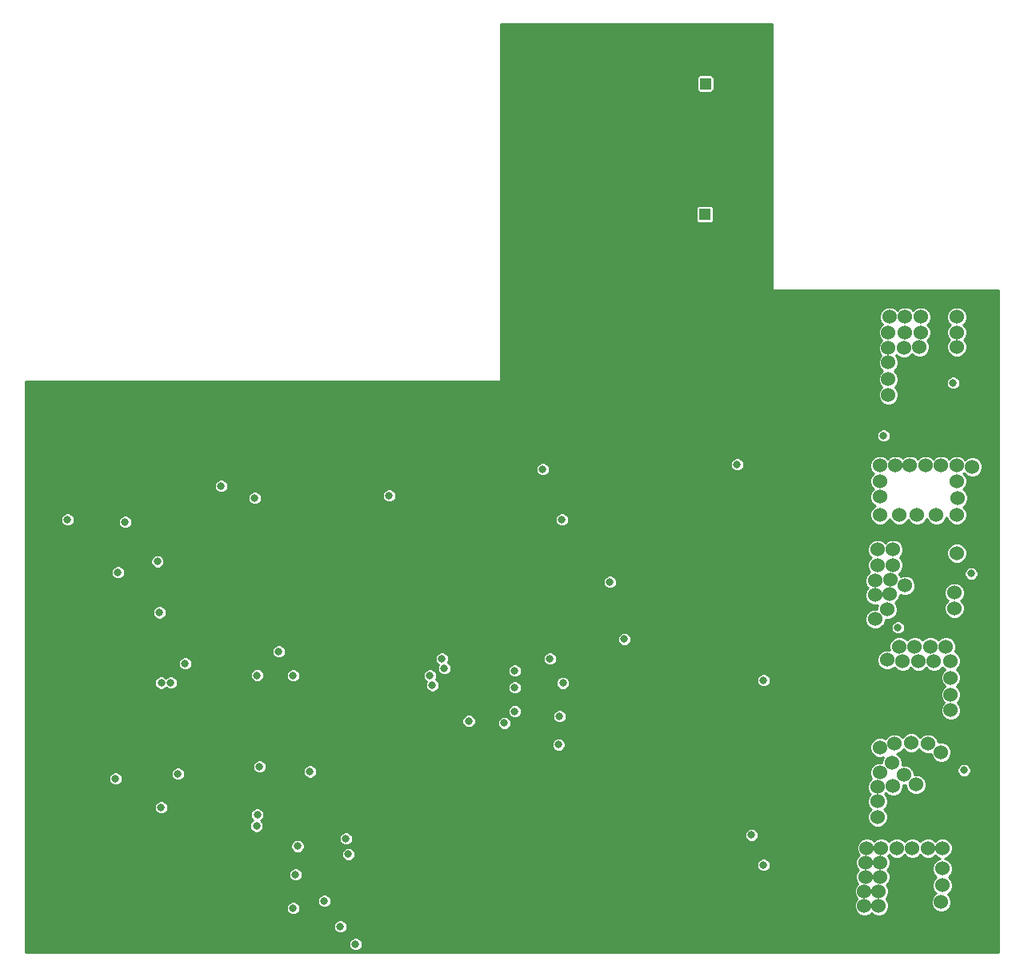
<source format=gbr>
G04 #@! TF.GenerationSoftware,KiCad,Pcbnew,5.0.2+dfsg1-1*
G04 #@! TF.CreationDate,2019-10-08T03:24:47-04:00*
G04 #@! TF.ProjectId,DSC_motor_controller,4453435f-6d6f-4746-9f72-5f636f6e7472,1*
G04 #@! TF.SameCoordinates,Original*
G04 #@! TF.FileFunction,Copper,L3,Inr*
G04 #@! TF.FilePolarity,Positive*
%FSLAX46Y46*%
G04 Gerber Fmt 4.6, Leading zero omitted, Abs format (unit mm)*
G04 Created by KiCad (PCBNEW 5.0.2+dfsg1-1) date Tue 08 Oct 2019 03:24:47 AM EDT*
%MOMM*%
%LPD*%
G01*
G04 APERTURE LIST*
G04 #@! TA.AperFunction,ViaPad*
%ADD10R,1.200000X1.200000*%
G04 #@! TD*
G04 #@! TA.AperFunction,ViaPad*
%ADD11C,1.200000*%
G04 #@! TD*
G04 #@! TA.AperFunction,ViaPad*
%ADD12C,0.800000*%
G04 #@! TD*
G04 #@! TA.AperFunction,ViaPad*
%ADD13C,1.524000*%
G04 #@! TD*
G04 #@! TA.AperFunction,Conductor*
%ADD14C,0.254000*%
G04 #@! TD*
G04 APERTURE END LIST*
D10*
G04 #@! TO.N,SUPPLY*
G04 #@! TO.C,C17*
X157050000Y-43800000D03*
D11*
G04 #@! TO.N,GND*
X157050000Y-48800000D03*
G04 #@! TD*
D10*
G04 #@! TO.N,SUPPLY*
G04 #@! TO.C,C18*
X157000000Y-57650000D03*
D11*
G04 #@! TO.N,GND*
X157000000Y-52650000D03*
G04 #@! TD*
D12*
G04 #@! TO.N,GND*
X112931000Y-105470000D03*
X99160779Y-98806769D03*
X94135000Y-92262000D03*
X102009000Y-120964000D03*
X94643000Y-116407997D03*
X124869000Y-116392000D03*
X133251000Y-109788000D03*
X133505000Y-108772000D03*
X135283000Y-109788000D03*
X161445000Y-116392000D03*
X113693000Y-87944000D03*
X157381000Y-96326000D03*
X159413000Y-101914000D03*
X161953000Y-87595009D03*
X129441000Y-96580000D03*
X134477327Y-109661000D03*
X145443000Y-101977500D03*
X137823000Y-93241000D03*
X136266429Y-90244431D03*
X128933000Y-84896000D03*
X131473000Y-85404000D03*
X131727000Y-91246000D03*
X123599000Y-103946000D03*
X163149918Y-108010000D03*
X159413000Y-77276000D03*
X159413000Y-72958000D03*
X114709000Y-123758000D03*
X114963000Y-126806000D03*
X114455000Y-129600000D03*
X106835000Y-117154000D03*
X101755000Y-115630000D03*
X114709000Y-125282000D03*
X108841600Y-125753000D03*
X161631815Y-127787185D03*
X158651000Y-110296000D03*
X109042069Y-128547010D03*
X106839653Y-124261347D03*
X100231000Y-125536004D03*
X88293000Y-123758000D03*
X140363000Y-97596016D03*
X123345000Y-126806000D03*
G04 #@! TO.N,+5V*
X139855000Y-84642000D03*
G04 #@! TO.N,/CAN/CAN_LO*
X109375000Y-87690000D03*
G04 #@! TO.N,/CAN/CAN_HI*
X105819000Y-86420000D03*
G04 #@! TO.N,+3V3*
X99469000Y-120456000D03*
X99282565Y-99799328D03*
X89563000Y-89976000D03*
X94643000Y-117408000D03*
X129187000Y-104708000D03*
X141887000Y-89976000D03*
X115212347Y-116650653D03*
X160429000Y-84134000D03*
X111915000Y-103946000D03*
X163223000Y-106994000D03*
X101247002Y-116900020D03*
X163223000Y-126551990D03*
X109556590Y-122424910D03*
G04 #@! TO.N,Net-(C21-Pad2)*
X128171000Y-107527000D03*
G04 #@! TO.N,Net-(C21-Pad1)*
X127917000Y-106486000D03*
G04 #@! TO.N,Net-(C23-Pad1)*
X132026829Y-111312000D03*
D13*
G04 #@! TO.N,/Motor_Driver/SH_C*
X175542000Y-114106000D03*
X180622000Y-113725000D03*
X176939000Y-118170000D03*
X178844000Y-113598000D03*
X177066000Y-113725000D03*
X182019000Y-114614000D03*
X176812000Y-115757000D03*
X178082000Y-117027000D03*
X175288000Y-121472000D03*
X175288000Y-118297000D03*
X175288000Y-119821000D03*
X175542000Y-116773000D03*
X179352000Y-118043000D03*
D12*
X141633000Y-110804000D03*
D13*
G04 #@! TO.N,/Motor_Driver/SH_B*
X175288000Y-94802000D03*
X183416000Y-97723000D03*
X176685000Y-96326000D03*
X175034000Y-97977000D03*
X183416000Y-99374000D03*
X178209000Y-96961000D03*
X183670000Y-93532000D03*
X175288000Y-93151000D03*
X175034000Y-96453000D03*
X176939000Y-94802000D03*
X176558000Y-97850000D03*
X176939000Y-93151000D03*
D12*
X141972569Y-107285000D03*
D13*
X175034000Y-100517000D03*
X176304000Y-99501000D03*
G04 #@! TO.N,/Motor_Driver/SH_A*
X176431000Y-73339000D03*
X176558000Y-68513000D03*
X178209000Y-68513000D03*
X179860000Y-68513000D03*
X183670000Y-68513000D03*
X176431000Y-70164000D03*
X178209000Y-70164000D03*
X179860000Y-70164000D03*
X183670000Y-70164000D03*
X176431000Y-71815000D03*
X178082000Y-71815000D03*
X179733000Y-71688000D03*
X183670000Y-71688000D03*
X176431000Y-75117000D03*
X176431000Y-76768000D03*
D12*
X146967000Y-96580000D03*
G04 #@! TO.N,Net-(C36-Pad1)*
X113439000Y-106486000D03*
G04 #@! TO.N,/CAN/CAN_TX*
X99472346Y-107260651D03*
G04 #@! TO.N,/CAN/CAN_RX*
X100485000Y-107248000D03*
G04 #@! TO.N,/Power/C_A*
X113439000Y-131124000D03*
G04 #@! TO.N,/Power/C_B*
X113693000Y-127568000D03*
G04 #@! TO.N,/Power/C_C*
X113908900Y-124553020D03*
G04 #@! TO.N,/Motor_Driver/GL_C*
X135791000Y-111527000D03*
G04 #@! TO.N,/Motor_Driver/GH_C*
X136882329Y-110275000D03*
X141525000Y-113800000D03*
G04 #@! TO.N,/Motor_Driver/GL_B*
X148491000Y-102634999D03*
G04 #@! TO.N,/Motor_Driver/GH_B*
X136882329Y-107756000D03*
X177447000Y-101406000D03*
G04 #@! TO.N,/Motor_Driver/GL_A*
X136882329Y-105978000D03*
G04 #@! TO.N,/Motor_Driver/GH_A*
X140617000Y-104708000D03*
X175923000Y-81086000D03*
G04 #@! TO.N,/Motor_controller/NRST*
X102009000Y-105216000D03*
X99072652Y-94405652D03*
G04 #@! TO.N,/Motor_Driver/Batt_voltage*
X119027000Y-123758000D03*
X161953002Y-123377000D03*
G04 #@! TO.N,/Motor_Driver/Volt_A*
X183289000Y-75498000D03*
X120043000Y-134934000D03*
X119281000Y-125409000D03*
X109630847Y-121216153D03*
G04 #@! TO.N,/Motor_Driver/Volt_B*
X118422458Y-133068777D03*
X185194000Y-95691000D03*
G04 #@! TO.N,/Motor_Driver/Volt_C*
X116741000Y-130362000D03*
X109883000Y-116138000D03*
X184431992Y-116519000D03*
G04 #@! TO.N,/Motor_controller/SDA*
X109629000Y-106460000D03*
X123599000Y-87436000D03*
G04 #@! TO.N,/Motor_controller/SWDIO*
X95659000Y-90230000D03*
X94897000Y-95564000D03*
D13*
G04 #@! TO.N,Net-(P1-Pad1)*
X181511000Y-89468000D03*
X177574000Y-89468000D03*
X179479000Y-89468000D03*
X183670000Y-89468000D03*
X175542000Y-87563000D03*
X185321000Y-84388000D03*
X183797000Y-87690000D03*
X177193000Y-84261000D03*
X182019000Y-84261000D03*
X183670000Y-84261000D03*
X180368000Y-84261000D03*
X178717000Y-84261000D03*
X183670000Y-85912000D03*
X175542000Y-85912000D03*
X175542000Y-89468000D03*
X175542000Y-84261000D03*
G04 #@! TO.N,Net-(P2-Pad1)*
X183035000Y-106740000D03*
X177574000Y-103438000D03*
X179225000Y-103438000D03*
X180876000Y-103438000D03*
X182527000Y-103438000D03*
X176304000Y-104835000D03*
X177955000Y-104962000D03*
X179606000Y-104962000D03*
X181257000Y-104962000D03*
X183035000Y-104962000D03*
X183035000Y-108518000D03*
X183035000Y-110169000D03*
G04 #@! TO.N,Net-(P3-Pad1)*
X177320000Y-124774000D03*
X173891000Y-130870000D03*
X175542000Y-127822000D03*
X175669000Y-124774000D03*
X182146000Y-128711000D03*
X174018000Y-127822000D03*
X182146000Y-124774000D03*
X180622000Y-124774000D03*
X175415000Y-129346000D03*
X173891000Y-129346000D03*
X174018000Y-126298000D03*
X175542000Y-126298000D03*
X182019000Y-130489000D03*
X182146000Y-126933000D03*
X175415000Y-130870000D03*
X178971000Y-124774000D03*
X174145000Y-124774000D03*
D12*
G04 #@! TO.N,Net-(C24-Pad1)*
X129441000Y-105724000D03*
G04 #@! TD*
D14*
G04 #@! TO.N,GND*
G36*
X164112000Y-65592000D02*
X164121667Y-65640601D01*
X164149197Y-65681803D01*
X164190399Y-65709333D01*
X164239000Y-65719000D01*
X188115000Y-65719000D01*
X188115000Y-135823000D01*
X85118000Y-135823000D01*
X85118000Y-134789391D01*
X119316000Y-134789391D01*
X119316000Y-135078609D01*
X119426679Y-135345813D01*
X119631187Y-135550321D01*
X119898391Y-135661000D01*
X120187609Y-135661000D01*
X120454813Y-135550321D01*
X120659321Y-135345813D01*
X120770000Y-135078609D01*
X120770000Y-134789391D01*
X120659321Y-134522187D01*
X120454813Y-134317679D01*
X120187609Y-134207000D01*
X119898391Y-134207000D01*
X119631187Y-134317679D01*
X119426679Y-134522187D01*
X119316000Y-134789391D01*
X85118000Y-134789391D01*
X85118000Y-132924168D01*
X117695458Y-132924168D01*
X117695458Y-133213386D01*
X117806137Y-133480590D01*
X118010645Y-133685098D01*
X118277849Y-133795777D01*
X118567067Y-133795777D01*
X118834271Y-133685098D01*
X119038779Y-133480590D01*
X119149458Y-133213386D01*
X119149458Y-132924168D01*
X119038779Y-132656964D01*
X118834271Y-132452456D01*
X118567067Y-132341777D01*
X118277849Y-132341777D01*
X118010645Y-132452456D01*
X117806137Y-132656964D01*
X117695458Y-132924168D01*
X85118000Y-132924168D01*
X85118000Y-130979391D01*
X112712000Y-130979391D01*
X112712000Y-131268609D01*
X112822679Y-131535813D01*
X113027187Y-131740321D01*
X113294391Y-131851000D01*
X113583609Y-131851000D01*
X113850813Y-131740321D01*
X114055321Y-131535813D01*
X114166000Y-131268609D01*
X114166000Y-130979391D01*
X114055321Y-130712187D01*
X113850813Y-130507679D01*
X113583609Y-130397000D01*
X113294391Y-130397000D01*
X113027187Y-130507679D01*
X112822679Y-130712187D01*
X112712000Y-130979391D01*
X85118000Y-130979391D01*
X85118000Y-130217391D01*
X116014000Y-130217391D01*
X116014000Y-130506609D01*
X116124679Y-130773813D01*
X116329187Y-130978321D01*
X116596391Y-131089000D01*
X116885609Y-131089000D01*
X117152813Y-130978321D01*
X117357321Y-130773813D01*
X117468000Y-130506609D01*
X117468000Y-130217391D01*
X117357321Y-129950187D01*
X117152813Y-129745679D01*
X116885609Y-129635000D01*
X116596391Y-129635000D01*
X116329187Y-129745679D01*
X116124679Y-129950187D01*
X116014000Y-130217391D01*
X85118000Y-130217391D01*
X85118000Y-129129384D01*
X172802000Y-129129384D01*
X172802000Y-129562616D01*
X172967790Y-129962869D01*
X173112921Y-130108000D01*
X172967790Y-130253131D01*
X172802000Y-130653384D01*
X172802000Y-131086616D01*
X172967790Y-131486869D01*
X173274131Y-131793210D01*
X173674384Y-131959000D01*
X174107616Y-131959000D01*
X174507869Y-131793210D01*
X174653000Y-131648079D01*
X174798131Y-131793210D01*
X175198384Y-131959000D01*
X175631616Y-131959000D01*
X176031869Y-131793210D01*
X176338210Y-131486869D01*
X176504000Y-131086616D01*
X176504000Y-130653384D01*
X176338210Y-130253131D01*
X176193079Y-130108000D01*
X176338210Y-129962869D01*
X176504000Y-129562616D01*
X176504000Y-129129384D01*
X176338210Y-128729131D01*
X176256579Y-128647500D01*
X176465210Y-128438869D01*
X176631000Y-128038616D01*
X176631000Y-127605384D01*
X176465210Y-127205131D01*
X176320079Y-127060000D01*
X176465210Y-126914869D01*
X176631000Y-126514616D01*
X176631000Y-126081384D01*
X176465210Y-125681131D01*
X176383579Y-125599500D01*
X176494500Y-125488579D01*
X176703131Y-125697210D01*
X177103384Y-125863000D01*
X177536616Y-125863000D01*
X177936869Y-125697210D01*
X178145500Y-125488579D01*
X178354131Y-125697210D01*
X178754384Y-125863000D01*
X179187616Y-125863000D01*
X179587869Y-125697210D01*
X179796500Y-125488579D01*
X180005131Y-125697210D01*
X180405384Y-125863000D01*
X180838616Y-125863000D01*
X181238869Y-125697210D01*
X181384000Y-125552079D01*
X181529131Y-125697210D01*
X181906449Y-125853500D01*
X181529131Y-126009790D01*
X181222790Y-126316131D01*
X181057000Y-126716384D01*
X181057000Y-127149616D01*
X181222790Y-127549869D01*
X181494921Y-127822000D01*
X181222790Y-128094131D01*
X181057000Y-128494384D01*
X181057000Y-128927616D01*
X181222790Y-129327869D01*
X181443553Y-129548632D01*
X181402131Y-129565790D01*
X181095790Y-129872131D01*
X180930000Y-130272384D01*
X180930000Y-130705616D01*
X181095790Y-131105869D01*
X181402131Y-131412210D01*
X181802384Y-131578000D01*
X182235616Y-131578000D01*
X182635869Y-131412210D01*
X182942210Y-131105869D01*
X183108000Y-130705616D01*
X183108000Y-130272384D01*
X182942210Y-129872131D01*
X182721447Y-129651368D01*
X182762869Y-129634210D01*
X183069210Y-129327869D01*
X183235000Y-128927616D01*
X183235000Y-128494384D01*
X183069210Y-128094131D01*
X182797079Y-127822000D01*
X183069210Y-127549869D01*
X183235000Y-127149616D01*
X183235000Y-126716384D01*
X183069210Y-126316131D01*
X182762869Y-126009790D01*
X182385551Y-125853500D01*
X182762869Y-125697210D01*
X183069210Y-125390869D01*
X183235000Y-124990616D01*
X183235000Y-124557384D01*
X183069210Y-124157131D01*
X182762869Y-123850790D01*
X182362616Y-123685000D01*
X181929384Y-123685000D01*
X181529131Y-123850790D01*
X181384000Y-123995921D01*
X181238869Y-123850790D01*
X180838616Y-123685000D01*
X180405384Y-123685000D01*
X180005131Y-123850790D01*
X179796500Y-124059421D01*
X179587869Y-123850790D01*
X179187616Y-123685000D01*
X178754384Y-123685000D01*
X178354131Y-123850790D01*
X178145500Y-124059421D01*
X177936869Y-123850790D01*
X177536616Y-123685000D01*
X177103384Y-123685000D01*
X176703131Y-123850790D01*
X176494500Y-124059421D01*
X176285869Y-123850790D01*
X175885616Y-123685000D01*
X175452384Y-123685000D01*
X175052131Y-123850790D01*
X174907000Y-123995921D01*
X174761869Y-123850790D01*
X174361616Y-123685000D01*
X173928384Y-123685000D01*
X173528131Y-123850790D01*
X173221790Y-124157131D01*
X173056000Y-124557384D01*
X173056000Y-124990616D01*
X173221790Y-125390869D01*
X173303421Y-125472500D01*
X173094790Y-125681131D01*
X172929000Y-126081384D01*
X172929000Y-126514616D01*
X173094790Y-126914869D01*
X173239921Y-127060000D01*
X173094790Y-127205131D01*
X172929000Y-127605384D01*
X172929000Y-128038616D01*
X173094790Y-128438869D01*
X173176421Y-128520500D01*
X172967790Y-128729131D01*
X172802000Y-129129384D01*
X85118000Y-129129384D01*
X85118000Y-127423391D01*
X112966000Y-127423391D01*
X112966000Y-127712609D01*
X113076679Y-127979813D01*
X113281187Y-128184321D01*
X113548391Y-128295000D01*
X113837609Y-128295000D01*
X114104813Y-128184321D01*
X114309321Y-127979813D01*
X114420000Y-127712609D01*
X114420000Y-127423391D01*
X114309321Y-127156187D01*
X114104813Y-126951679D01*
X113837609Y-126841000D01*
X113548391Y-126841000D01*
X113281187Y-126951679D01*
X113076679Y-127156187D01*
X112966000Y-127423391D01*
X85118000Y-127423391D01*
X85118000Y-126407381D01*
X162496000Y-126407381D01*
X162496000Y-126696599D01*
X162606679Y-126963803D01*
X162811187Y-127168311D01*
X163078391Y-127278990D01*
X163367609Y-127278990D01*
X163634813Y-127168311D01*
X163839321Y-126963803D01*
X163950000Y-126696599D01*
X163950000Y-126407381D01*
X163839321Y-126140177D01*
X163634813Y-125935669D01*
X163367609Y-125824990D01*
X163078391Y-125824990D01*
X162811187Y-125935669D01*
X162606679Y-126140177D01*
X162496000Y-126407381D01*
X85118000Y-126407381D01*
X85118000Y-124408411D01*
X113181900Y-124408411D01*
X113181900Y-124697629D01*
X113292579Y-124964833D01*
X113497087Y-125169341D01*
X113764291Y-125280020D01*
X114053509Y-125280020D01*
X114091240Y-125264391D01*
X118554000Y-125264391D01*
X118554000Y-125553609D01*
X118664679Y-125820813D01*
X118869187Y-126025321D01*
X119136391Y-126136000D01*
X119425609Y-126136000D01*
X119692813Y-126025321D01*
X119897321Y-125820813D01*
X120008000Y-125553609D01*
X120008000Y-125264391D01*
X119897321Y-124997187D01*
X119692813Y-124792679D01*
X119425609Y-124682000D01*
X119136391Y-124682000D01*
X118869187Y-124792679D01*
X118664679Y-124997187D01*
X118554000Y-125264391D01*
X114091240Y-125264391D01*
X114320713Y-125169341D01*
X114525221Y-124964833D01*
X114635900Y-124697629D01*
X114635900Y-124408411D01*
X114525221Y-124141207D01*
X114320713Y-123936699D01*
X114053509Y-123826020D01*
X113764291Y-123826020D01*
X113497087Y-123936699D01*
X113292579Y-124141207D01*
X113181900Y-124408411D01*
X85118000Y-124408411D01*
X85118000Y-123613391D01*
X118300000Y-123613391D01*
X118300000Y-123902609D01*
X118410679Y-124169813D01*
X118615187Y-124374321D01*
X118882391Y-124485000D01*
X119171609Y-124485000D01*
X119438813Y-124374321D01*
X119643321Y-124169813D01*
X119754000Y-123902609D01*
X119754000Y-123613391D01*
X119643321Y-123346187D01*
X119529525Y-123232391D01*
X161226002Y-123232391D01*
X161226002Y-123521609D01*
X161336681Y-123788813D01*
X161541189Y-123993321D01*
X161808393Y-124104000D01*
X162097611Y-124104000D01*
X162364815Y-123993321D01*
X162569323Y-123788813D01*
X162680002Y-123521609D01*
X162680002Y-123232391D01*
X162569323Y-122965187D01*
X162364815Y-122760679D01*
X162097611Y-122650000D01*
X161808393Y-122650000D01*
X161541189Y-122760679D01*
X161336681Y-122965187D01*
X161226002Y-123232391D01*
X119529525Y-123232391D01*
X119438813Y-123141679D01*
X119171609Y-123031000D01*
X118882391Y-123031000D01*
X118615187Y-123141679D01*
X118410679Y-123346187D01*
X118300000Y-123613391D01*
X85118000Y-123613391D01*
X85118000Y-122280301D01*
X108829590Y-122280301D01*
X108829590Y-122569519D01*
X108940269Y-122836723D01*
X109144777Y-123041231D01*
X109411981Y-123151910D01*
X109701199Y-123151910D01*
X109968403Y-123041231D01*
X110172911Y-122836723D01*
X110283590Y-122569519D01*
X110283590Y-122280301D01*
X110172911Y-122013097D01*
X110007042Y-121847228D01*
X110042660Y-121832474D01*
X110247168Y-121627966D01*
X110357847Y-121360762D01*
X110357847Y-121071544D01*
X110247168Y-120804340D01*
X110042660Y-120599832D01*
X109775456Y-120489153D01*
X109486238Y-120489153D01*
X109219034Y-120599832D01*
X109014526Y-120804340D01*
X108903847Y-121071544D01*
X108903847Y-121360762D01*
X109014526Y-121627966D01*
X109180395Y-121793835D01*
X109144777Y-121808589D01*
X108940269Y-122013097D01*
X108829590Y-122280301D01*
X85118000Y-122280301D01*
X85118000Y-120311391D01*
X98742000Y-120311391D01*
X98742000Y-120600609D01*
X98852679Y-120867813D01*
X99057187Y-121072321D01*
X99324391Y-121183000D01*
X99613609Y-121183000D01*
X99880813Y-121072321D01*
X100085321Y-120867813D01*
X100196000Y-120600609D01*
X100196000Y-120311391D01*
X100085321Y-120044187D01*
X99880813Y-119839679D01*
X99613609Y-119729000D01*
X99324391Y-119729000D01*
X99057187Y-119839679D01*
X98852679Y-120044187D01*
X98742000Y-120311391D01*
X85118000Y-120311391D01*
X85118000Y-117263391D01*
X93916000Y-117263391D01*
X93916000Y-117552609D01*
X94026679Y-117819813D01*
X94231187Y-118024321D01*
X94498391Y-118135000D01*
X94787609Y-118135000D01*
X94919464Y-118080384D01*
X174199000Y-118080384D01*
X174199000Y-118513616D01*
X174364790Y-118913869D01*
X174509921Y-119059000D01*
X174364790Y-119204131D01*
X174199000Y-119604384D01*
X174199000Y-120037616D01*
X174364790Y-120437869D01*
X174573421Y-120646500D01*
X174364790Y-120855131D01*
X174199000Y-121255384D01*
X174199000Y-121688616D01*
X174364790Y-122088869D01*
X174671131Y-122395210D01*
X175071384Y-122561000D01*
X175504616Y-122561000D01*
X175904869Y-122395210D01*
X176211210Y-122088869D01*
X176377000Y-121688616D01*
X176377000Y-121255384D01*
X176211210Y-120855131D01*
X176002579Y-120646500D01*
X176211210Y-120437869D01*
X176377000Y-120037616D01*
X176377000Y-119604384D01*
X176211210Y-119204131D01*
X176066079Y-119059000D01*
X176177000Y-118948079D01*
X176322131Y-119093210D01*
X176722384Y-119259000D01*
X177155616Y-119259000D01*
X177555869Y-119093210D01*
X177862210Y-118786869D01*
X178028000Y-118386616D01*
X178028000Y-118116000D01*
X178263000Y-118116000D01*
X178263000Y-118259616D01*
X178428790Y-118659869D01*
X178735131Y-118966210D01*
X179135384Y-119132000D01*
X179568616Y-119132000D01*
X179968869Y-118966210D01*
X180275210Y-118659869D01*
X180441000Y-118259616D01*
X180441000Y-117826384D01*
X180275210Y-117426131D01*
X179968869Y-117119790D01*
X179568616Y-116954000D01*
X179171000Y-116954000D01*
X179171000Y-116810384D01*
X179005210Y-116410131D01*
X178969470Y-116374391D01*
X183704992Y-116374391D01*
X183704992Y-116663609D01*
X183815671Y-116930813D01*
X184020179Y-117135321D01*
X184287383Y-117246000D01*
X184576601Y-117246000D01*
X184843805Y-117135321D01*
X185048313Y-116930813D01*
X185158992Y-116663609D01*
X185158992Y-116374391D01*
X185048313Y-116107187D01*
X184843805Y-115902679D01*
X184576601Y-115792000D01*
X184287383Y-115792000D01*
X184020179Y-115902679D01*
X183815671Y-116107187D01*
X183704992Y-116374391D01*
X178969470Y-116374391D01*
X178698869Y-116103790D01*
X178298616Y-115938000D01*
X177901000Y-115938000D01*
X177901000Y-115540384D01*
X177735210Y-115140131D01*
X177428869Y-114833790D01*
X177331854Y-114793605D01*
X177682869Y-114648210D01*
X177989210Y-114341869D01*
X178006368Y-114300447D01*
X178227131Y-114521210D01*
X178627384Y-114687000D01*
X179060616Y-114687000D01*
X179460869Y-114521210D01*
X179681632Y-114300447D01*
X179698790Y-114341869D01*
X180005131Y-114648210D01*
X180405384Y-114814000D01*
X180838616Y-114814000D01*
X180930000Y-114776148D01*
X180930000Y-114830616D01*
X181095790Y-115230869D01*
X181402131Y-115537210D01*
X181802384Y-115703000D01*
X182235616Y-115703000D01*
X182635869Y-115537210D01*
X182942210Y-115230869D01*
X183108000Y-114830616D01*
X183108000Y-114397384D01*
X182942210Y-113997131D01*
X182635869Y-113690790D01*
X182235616Y-113525000D01*
X181802384Y-113525000D01*
X181711000Y-113562852D01*
X181711000Y-113508384D01*
X181545210Y-113108131D01*
X181238869Y-112801790D01*
X180838616Y-112636000D01*
X180405384Y-112636000D01*
X180005131Y-112801790D01*
X179784368Y-113022553D01*
X179767210Y-112981131D01*
X179460869Y-112674790D01*
X179060616Y-112509000D01*
X178627384Y-112509000D01*
X178227131Y-112674790D01*
X177920790Y-112981131D01*
X177903632Y-113022553D01*
X177682869Y-112801790D01*
X177282616Y-112636000D01*
X176849384Y-112636000D01*
X176449131Y-112801790D01*
X176142790Y-113108131D01*
X176118749Y-113166172D01*
X175758616Y-113017000D01*
X175325384Y-113017000D01*
X174925131Y-113182790D01*
X174618790Y-113489131D01*
X174453000Y-113889384D01*
X174453000Y-114322616D01*
X174618790Y-114722869D01*
X174925131Y-115029210D01*
X175325384Y-115195000D01*
X175758616Y-115195000D01*
X175888315Y-115141277D01*
X175723000Y-115540384D01*
X175723000Y-115684000D01*
X175325384Y-115684000D01*
X174925131Y-115849790D01*
X174618790Y-116156131D01*
X174453000Y-116556384D01*
X174453000Y-116989616D01*
X174618790Y-117389869D01*
X174636921Y-117408000D01*
X174364790Y-117680131D01*
X174199000Y-118080384D01*
X94919464Y-118080384D01*
X95054813Y-118024321D01*
X95259321Y-117819813D01*
X95370000Y-117552609D01*
X95370000Y-117263391D01*
X95259321Y-116996187D01*
X95054813Y-116791679D01*
X94967254Y-116755411D01*
X100520002Y-116755411D01*
X100520002Y-117044629D01*
X100630681Y-117311833D01*
X100835189Y-117516341D01*
X101102393Y-117627020D01*
X101391611Y-117627020D01*
X101658815Y-117516341D01*
X101863323Y-117311833D01*
X101974002Y-117044629D01*
X101974002Y-116755411D01*
X101863323Y-116488207D01*
X101658815Y-116283699D01*
X101391611Y-116173020D01*
X101102393Y-116173020D01*
X100835189Y-116283699D01*
X100630681Y-116488207D01*
X100520002Y-116755411D01*
X94967254Y-116755411D01*
X94787609Y-116681000D01*
X94498391Y-116681000D01*
X94231187Y-116791679D01*
X94026679Y-116996187D01*
X93916000Y-117263391D01*
X85118000Y-117263391D01*
X85118000Y-115993391D01*
X109156000Y-115993391D01*
X109156000Y-116282609D01*
X109266679Y-116549813D01*
X109471187Y-116754321D01*
X109738391Y-116865000D01*
X110027609Y-116865000D01*
X110294813Y-116754321D01*
X110499321Y-116549813D01*
X110517450Y-116506044D01*
X114485347Y-116506044D01*
X114485347Y-116795262D01*
X114596026Y-117062466D01*
X114800534Y-117266974D01*
X115067738Y-117377653D01*
X115356956Y-117377653D01*
X115624160Y-117266974D01*
X115828668Y-117062466D01*
X115939347Y-116795262D01*
X115939347Y-116506044D01*
X115828668Y-116238840D01*
X115624160Y-116034332D01*
X115356956Y-115923653D01*
X115067738Y-115923653D01*
X114800534Y-116034332D01*
X114596026Y-116238840D01*
X114485347Y-116506044D01*
X110517450Y-116506044D01*
X110610000Y-116282609D01*
X110610000Y-115993391D01*
X110499321Y-115726187D01*
X110294813Y-115521679D01*
X110027609Y-115411000D01*
X109738391Y-115411000D01*
X109471187Y-115521679D01*
X109266679Y-115726187D01*
X109156000Y-115993391D01*
X85118000Y-115993391D01*
X85118000Y-113655391D01*
X140798000Y-113655391D01*
X140798000Y-113944609D01*
X140908679Y-114211813D01*
X141113187Y-114416321D01*
X141380391Y-114527000D01*
X141669609Y-114527000D01*
X141936813Y-114416321D01*
X142141321Y-114211813D01*
X142252000Y-113944609D01*
X142252000Y-113655391D01*
X142141321Y-113388187D01*
X141936813Y-113183679D01*
X141669609Y-113073000D01*
X141380391Y-113073000D01*
X141113187Y-113183679D01*
X140908679Y-113388187D01*
X140798000Y-113655391D01*
X85118000Y-113655391D01*
X85118000Y-111167391D01*
X131299829Y-111167391D01*
X131299829Y-111456609D01*
X131410508Y-111723813D01*
X131615016Y-111928321D01*
X131882220Y-112039000D01*
X132171438Y-112039000D01*
X132438642Y-111928321D01*
X132643150Y-111723813D01*
X132753829Y-111456609D01*
X132753829Y-111382391D01*
X135064000Y-111382391D01*
X135064000Y-111671609D01*
X135174679Y-111938813D01*
X135379187Y-112143321D01*
X135646391Y-112254000D01*
X135935609Y-112254000D01*
X136202813Y-112143321D01*
X136407321Y-111938813D01*
X136518000Y-111671609D01*
X136518000Y-111382391D01*
X136407321Y-111115187D01*
X136202813Y-110910679D01*
X135935609Y-110800000D01*
X135646391Y-110800000D01*
X135379187Y-110910679D01*
X135174679Y-111115187D01*
X135064000Y-111382391D01*
X132753829Y-111382391D01*
X132753829Y-111167391D01*
X132643150Y-110900187D01*
X132438642Y-110695679D01*
X132171438Y-110585000D01*
X131882220Y-110585000D01*
X131615016Y-110695679D01*
X131410508Y-110900187D01*
X131299829Y-111167391D01*
X85118000Y-111167391D01*
X85118000Y-110130391D01*
X136155329Y-110130391D01*
X136155329Y-110419609D01*
X136266008Y-110686813D01*
X136470516Y-110891321D01*
X136737720Y-111002000D01*
X137026938Y-111002000D01*
X137294142Y-110891321D01*
X137498650Y-110686813D01*
X137510008Y-110659391D01*
X140906000Y-110659391D01*
X140906000Y-110948609D01*
X141016679Y-111215813D01*
X141221187Y-111420321D01*
X141488391Y-111531000D01*
X141777609Y-111531000D01*
X142044813Y-111420321D01*
X142249321Y-111215813D01*
X142360000Y-110948609D01*
X142360000Y-110659391D01*
X142249321Y-110392187D01*
X142044813Y-110187679D01*
X141777609Y-110077000D01*
X141488391Y-110077000D01*
X141221187Y-110187679D01*
X141016679Y-110392187D01*
X140906000Y-110659391D01*
X137510008Y-110659391D01*
X137609329Y-110419609D01*
X137609329Y-110130391D01*
X137498650Y-109863187D01*
X137294142Y-109658679D01*
X137026938Y-109548000D01*
X136737720Y-109548000D01*
X136470516Y-109658679D01*
X136266008Y-109863187D01*
X136155329Y-110130391D01*
X85118000Y-110130391D01*
X85118000Y-107116042D01*
X98745346Y-107116042D01*
X98745346Y-107405260D01*
X98856025Y-107672464D01*
X99060533Y-107876972D01*
X99327737Y-107987651D01*
X99616955Y-107987651D01*
X99884159Y-107876972D01*
X99984999Y-107776133D01*
X100073187Y-107864321D01*
X100340391Y-107975000D01*
X100629609Y-107975000D01*
X100896813Y-107864321D01*
X101101321Y-107659813D01*
X101212000Y-107392609D01*
X101212000Y-107103391D01*
X101101321Y-106836187D01*
X100896813Y-106631679D01*
X100629609Y-106521000D01*
X100340391Y-106521000D01*
X100073187Y-106631679D01*
X99972348Y-106732519D01*
X99884159Y-106644330D01*
X99616955Y-106533651D01*
X99327737Y-106533651D01*
X99060533Y-106644330D01*
X98856025Y-106848838D01*
X98745346Y-107116042D01*
X85118000Y-107116042D01*
X85118000Y-106315391D01*
X108902000Y-106315391D01*
X108902000Y-106604609D01*
X109012679Y-106871813D01*
X109217187Y-107076321D01*
X109484391Y-107187000D01*
X109773609Y-107187000D01*
X110040813Y-107076321D01*
X110245321Y-106871813D01*
X110356000Y-106604609D01*
X110356000Y-106341391D01*
X112712000Y-106341391D01*
X112712000Y-106630609D01*
X112822679Y-106897813D01*
X113027187Y-107102321D01*
X113294391Y-107213000D01*
X113583609Y-107213000D01*
X113850813Y-107102321D01*
X114055321Y-106897813D01*
X114166000Y-106630609D01*
X114166000Y-106341391D01*
X127190000Y-106341391D01*
X127190000Y-106630609D01*
X127300679Y-106897813D01*
X127505187Y-107102321D01*
X127551980Y-107121703D01*
X127444000Y-107382391D01*
X127444000Y-107671609D01*
X127554679Y-107938813D01*
X127759187Y-108143321D01*
X128026391Y-108254000D01*
X128315609Y-108254000D01*
X128582813Y-108143321D01*
X128787321Y-107938813D01*
X128898000Y-107671609D01*
X128898000Y-107611391D01*
X136155329Y-107611391D01*
X136155329Y-107900609D01*
X136266008Y-108167813D01*
X136470516Y-108372321D01*
X136737720Y-108483000D01*
X137026938Y-108483000D01*
X137294142Y-108372321D01*
X137498650Y-108167813D01*
X137609329Y-107900609D01*
X137609329Y-107611391D01*
X137498650Y-107344187D01*
X137294854Y-107140391D01*
X141245569Y-107140391D01*
X141245569Y-107429609D01*
X141356248Y-107696813D01*
X141560756Y-107901321D01*
X141827960Y-108012000D01*
X142117178Y-108012000D01*
X142384382Y-107901321D01*
X142588890Y-107696813D01*
X142699569Y-107429609D01*
X142699569Y-107140391D01*
X142588890Y-106873187D01*
X142565094Y-106849391D01*
X162496000Y-106849391D01*
X162496000Y-107138609D01*
X162606679Y-107405813D01*
X162811187Y-107610321D01*
X163078391Y-107721000D01*
X163367609Y-107721000D01*
X163634813Y-107610321D01*
X163839321Y-107405813D01*
X163950000Y-107138609D01*
X163950000Y-106849391D01*
X163839321Y-106582187D01*
X163634813Y-106377679D01*
X163367609Y-106267000D01*
X163078391Y-106267000D01*
X162811187Y-106377679D01*
X162606679Y-106582187D01*
X162496000Y-106849391D01*
X142565094Y-106849391D01*
X142384382Y-106668679D01*
X142117178Y-106558000D01*
X141827960Y-106558000D01*
X141560756Y-106668679D01*
X141356248Y-106873187D01*
X141245569Y-107140391D01*
X137294854Y-107140391D01*
X137294142Y-107139679D01*
X137026938Y-107029000D01*
X136737720Y-107029000D01*
X136470516Y-107139679D01*
X136266008Y-107344187D01*
X136155329Y-107611391D01*
X128898000Y-107611391D01*
X128898000Y-107382391D01*
X128787321Y-107115187D01*
X128582813Y-106910679D01*
X128536020Y-106891297D01*
X128644000Y-106630609D01*
X128644000Y-106341391D01*
X128533321Y-106074187D01*
X128328813Y-105869679D01*
X128061609Y-105759000D01*
X127772391Y-105759000D01*
X127505187Y-105869679D01*
X127300679Y-106074187D01*
X127190000Y-106341391D01*
X114166000Y-106341391D01*
X114055321Y-106074187D01*
X113850813Y-105869679D01*
X113583609Y-105759000D01*
X113294391Y-105759000D01*
X113027187Y-105869679D01*
X112822679Y-106074187D01*
X112712000Y-106341391D01*
X110356000Y-106341391D01*
X110356000Y-106315391D01*
X110245321Y-106048187D01*
X110040813Y-105843679D01*
X109773609Y-105733000D01*
X109484391Y-105733000D01*
X109217187Y-105843679D01*
X109012679Y-106048187D01*
X108902000Y-106315391D01*
X85118000Y-106315391D01*
X85118000Y-105071391D01*
X101282000Y-105071391D01*
X101282000Y-105360609D01*
X101392679Y-105627813D01*
X101597187Y-105832321D01*
X101864391Y-105943000D01*
X102153609Y-105943000D01*
X102420813Y-105832321D01*
X102625321Y-105627813D01*
X102736000Y-105360609D01*
X102736000Y-105071391D01*
X102625321Y-104804187D01*
X102420813Y-104599679D01*
X102153609Y-104489000D01*
X101864391Y-104489000D01*
X101597187Y-104599679D01*
X101392679Y-104804187D01*
X101282000Y-105071391D01*
X85118000Y-105071391D01*
X85118000Y-103801391D01*
X111188000Y-103801391D01*
X111188000Y-104090609D01*
X111298679Y-104357813D01*
X111503187Y-104562321D01*
X111770391Y-104673000D01*
X112059609Y-104673000D01*
X112324229Y-104563391D01*
X128460000Y-104563391D01*
X128460000Y-104852609D01*
X128570679Y-105119813D01*
X128775187Y-105324321D01*
X128813141Y-105340042D01*
X128714000Y-105579391D01*
X128714000Y-105868609D01*
X128824679Y-106135813D01*
X129029187Y-106340321D01*
X129296391Y-106451000D01*
X129585609Y-106451000D01*
X129852813Y-106340321D01*
X130057321Y-106135813D01*
X130168000Y-105868609D01*
X130168000Y-105833391D01*
X136155329Y-105833391D01*
X136155329Y-106122609D01*
X136266008Y-106389813D01*
X136470516Y-106594321D01*
X136737720Y-106705000D01*
X137026938Y-106705000D01*
X137294142Y-106594321D01*
X137498650Y-106389813D01*
X137609329Y-106122609D01*
X137609329Y-105833391D01*
X137498650Y-105566187D01*
X137294142Y-105361679D01*
X137026938Y-105251000D01*
X136737720Y-105251000D01*
X136470516Y-105361679D01*
X136266008Y-105566187D01*
X136155329Y-105833391D01*
X130168000Y-105833391D01*
X130168000Y-105579391D01*
X130057321Y-105312187D01*
X129852813Y-105107679D01*
X129814859Y-105091958D01*
X129914000Y-104852609D01*
X129914000Y-104563391D01*
X139890000Y-104563391D01*
X139890000Y-104852609D01*
X140000679Y-105119813D01*
X140205187Y-105324321D01*
X140472391Y-105435000D01*
X140761609Y-105435000D01*
X141028813Y-105324321D01*
X141233321Y-105119813D01*
X141344000Y-104852609D01*
X141344000Y-104618384D01*
X175215000Y-104618384D01*
X175215000Y-105051616D01*
X175380790Y-105451869D01*
X175687131Y-105758210D01*
X176087384Y-105924000D01*
X176520616Y-105924000D01*
X176920869Y-105758210D01*
X177066000Y-105613079D01*
X177338131Y-105885210D01*
X177738384Y-106051000D01*
X178171616Y-106051000D01*
X178571869Y-105885210D01*
X178780500Y-105676579D01*
X178989131Y-105885210D01*
X179389384Y-106051000D01*
X179822616Y-106051000D01*
X180222869Y-105885210D01*
X180431500Y-105676579D01*
X180640131Y-105885210D01*
X181040384Y-106051000D01*
X181473616Y-106051000D01*
X181873869Y-105885210D01*
X182146000Y-105613079D01*
X182383921Y-105851000D01*
X182111790Y-106123131D01*
X181946000Y-106523384D01*
X181946000Y-106956616D01*
X182111790Y-107356869D01*
X182383921Y-107629000D01*
X182111790Y-107901131D01*
X181946000Y-108301384D01*
X181946000Y-108734616D01*
X182111790Y-109134869D01*
X182320421Y-109343500D01*
X182111790Y-109552131D01*
X181946000Y-109952384D01*
X181946000Y-110385616D01*
X182111790Y-110785869D01*
X182418131Y-111092210D01*
X182818384Y-111258000D01*
X183251616Y-111258000D01*
X183651869Y-111092210D01*
X183958210Y-110785869D01*
X184124000Y-110385616D01*
X184124000Y-109952384D01*
X183958210Y-109552131D01*
X183749579Y-109343500D01*
X183958210Y-109134869D01*
X184124000Y-108734616D01*
X184124000Y-108301384D01*
X183958210Y-107901131D01*
X183686079Y-107629000D01*
X183958210Y-107356869D01*
X184124000Y-106956616D01*
X184124000Y-106523384D01*
X183958210Y-106123131D01*
X183686079Y-105851000D01*
X183958210Y-105578869D01*
X184124000Y-105178616D01*
X184124000Y-104745384D01*
X183958210Y-104345131D01*
X183651869Y-104038790D01*
X183485427Y-103969848D01*
X183616000Y-103654616D01*
X183616000Y-103221384D01*
X183450210Y-102821131D01*
X183143869Y-102514790D01*
X182743616Y-102349000D01*
X182310384Y-102349000D01*
X181910131Y-102514790D01*
X181701500Y-102723421D01*
X181492869Y-102514790D01*
X181092616Y-102349000D01*
X180659384Y-102349000D01*
X180259131Y-102514790D01*
X180050500Y-102723421D01*
X179841869Y-102514790D01*
X179441616Y-102349000D01*
X179008384Y-102349000D01*
X178608131Y-102514790D01*
X178399500Y-102723421D01*
X178190869Y-102514790D01*
X177790616Y-102349000D01*
X177357384Y-102349000D01*
X176957131Y-102514790D01*
X176650790Y-102821131D01*
X176485000Y-103221384D01*
X176485000Y-103654616D01*
X176523316Y-103747118D01*
X176520616Y-103746000D01*
X176087384Y-103746000D01*
X175687131Y-103911790D01*
X175380790Y-104218131D01*
X175215000Y-104618384D01*
X141344000Y-104618384D01*
X141344000Y-104563391D01*
X141233321Y-104296187D01*
X141028813Y-104091679D01*
X140761609Y-103981000D01*
X140472391Y-103981000D01*
X140205187Y-104091679D01*
X140000679Y-104296187D01*
X139890000Y-104563391D01*
X129914000Y-104563391D01*
X129803321Y-104296187D01*
X129598813Y-104091679D01*
X129331609Y-103981000D01*
X129042391Y-103981000D01*
X128775187Y-104091679D01*
X128570679Y-104296187D01*
X128460000Y-104563391D01*
X112324229Y-104563391D01*
X112326813Y-104562321D01*
X112531321Y-104357813D01*
X112642000Y-104090609D01*
X112642000Y-103801391D01*
X112531321Y-103534187D01*
X112326813Y-103329679D01*
X112059609Y-103219000D01*
X111770391Y-103219000D01*
X111503187Y-103329679D01*
X111298679Y-103534187D01*
X111188000Y-103801391D01*
X85118000Y-103801391D01*
X85118000Y-102490390D01*
X147764000Y-102490390D01*
X147764000Y-102779608D01*
X147874679Y-103046812D01*
X148079187Y-103251320D01*
X148346391Y-103361999D01*
X148635609Y-103361999D01*
X148902813Y-103251320D01*
X149107321Y-103046812D01*
X149218000Y-102779608D01*
X149218000Y-102490390D01*
X149107321Y-102223186D01*
X148902813Y-102018678D01*
X148635609Y-101907999D01*
X148346391Y-101907999D01*
X148079187Y-102018678D01*
X147874679Y-102223186D01*
X147764000Y-102490390D01*
X85118000Y-102490390D01*
X85118000Y-99654719D01*
X98555565Y-99654719D01*
X98555565Y-99943937D01*
X98666244Y-100211141D01*
X98870752Y-100415649D01*
X99137956Y-100526328D01*
X99427174Y-100526328D01*
X99694378Y-100415649D01*
X99898886Y-100211141D01*
X100009565Y-99943937D01*
X100009565Y-99654719D01*
X99898886Y-99387515D01*
X99694378Y-99183007D01*
X99427174Y-99072328D01*
X99137956Y-99072328D01*
X98870752Y-99183007D01*
X98666244Y-99387515D01*
X98555565Y-99654719D01*
X85118000Y-99654719D01*
X85118000Y-96435391D01*
X146240000Y-96435391D01*
X146240000Y-96724609D01*
X146350679Y-96991813D01*
X146555187Y-97196321D01*
X146822391Y-97307000D01*
X147111609Y-97307000D01*
X147378813Y-97196321D01*
X147583321Y-96991813D01*
X147694000Y-96724609D01*
X147694000Y-96435391D01*
X147611569Y-96236384D01*
X173945000Y-96236384D01*
X173945000Y-96669616D01*
X174110790Y-97069869D01*
X174255921Y-97215000D01*
X174110790Y-97360131D01*
X173945000Y-97760384D01*
X173945000Y-98193616D01*
X174110790Y-98593869D01*
X174417131Y-98900210D01*
X174817384Y-99066000D01*
X175250616Y-99066000D01*
X175316816Y-99038579D01*
X175215000Y-99284384D01*
X175215000Y-99428000D01*
X174817384Y-99428000D01*
X174417131Y-99593790D01*
X174110790Y-99900131D01*
X173945000Y-100300384D01*
X173945000Y-100733616D01*
X174110790Y-101133869D01*
X174417131Y-101440210D01*
X174817384Y-101606000D01*
X175250616Y-101606000D01*
X175650869Y-101440210D01*
X175829688Y-101261391D01*
X176720000Y-101261391D01*
X176720000Y-101550609D01*
X176830679Y-101817813D01*
X177035187Y-102022321D01*
X177302391Y-102133000D01*
X177591609Y-102133000D01*
X177858813Y-102022321D01*
X178063321Y-101817813D01*
X178174000Y-101550609D01*
X178174000Y-101261391D01*
X178063321Y-100994187D01*
X177858813Y-100789679D01*
X177591609Y-100679000D01*
X177302391Y-100679000D01*
X177035187Y-100789679D01*
X176830679Y-100994187D01*
X176720000Y-101261391D01*
X175829688Y-101261391D01*
X175957210Y-101133869D01*
X176123000Y-100733616D01*
X176123000Y-100590000D01*
X176520616Y-100590000D01*
X176920869Y-100424210D01*
X177227210Y-100117869D01*
X177393000Y-99717616D01*
X177393000Y-99284384D01*
X177227210Y-98884131D01*
X177133447Y-98790368D01*
X177174869Y-98773210D01*
X177481210Y-98466869D01*
X177647000Y-98066616D01*
X177647000Y-97906937D01*
X177992384Y-98050000D01*
X178425616Y-98050000D01*
X178825869Y-97884210D01*
X179132210Y-97577869D01*
X179161820Y-97506384D01*
X182327000Y-97506384D01*
X182327000Y-97939616D01*
X182492790Y-98339869D01*
X182701421Y-98548500D01*
X182492790Y-98757131D01*
X182327000Y-99157384D01*
X182327000Y-99590616D01*
X182492790Y-99990869D01*
X182799131Y-100297210D01*
X183199384Y-100463000D01*
X183632616Y-100463000D01*
X184032869Y-100297210D01*
X184339210Y-99990869D01*
X184505000Y-99590616D01*
X184505000Y-99157384D01*
X184339210Y-98757131D01*
X184130579Y-98548500D01*
X184339210Y-98339869D01*
X184505000Y-97939616D01*
X184505000Y-97506384D01*
X184339210Y-97106131D01*
X184032869Y-96799790D01*
X183632616Y-96634000D01*
X183199384Y-96634000D01*
X182799131Y-96799790D01*
X182492790Y-97106131D01*
X182327000Y-97506384D01*
X179161820Y-97506384D01*
X179298000Y-97177616D01*
X179298000Y-96744384D01*
X179132210Y-96344131D01*
X178825869Y-96037790D01*
X178425616Y-95872000D01*
X177992384Y-95872000D01*
X177722054Y-95983974D01*
X177608210Y-95709131D01*
X177590079Y-95691000D01*
X177734688Y-95546391D01*
X184467000Y-95546391D01*
X184467000Y-95835609D01*
X184577679Y-96102813D01*
X184782187Y-96307321D01*
X185049391Y-96418000D01*
X185338609Y-96418000D01*
X185605813Y-96307321D01*
X185810321Y-96102813D01*
X185921000Y-95835609D01*
X185921000Y-95546391D01*
X185810321Y-95279187D01*
X185605813Y-95074679D01*
X185338609Y-94964000D01*
X185049391Y-94964000D01*
X184782187Y-95074679D01*
X184577679Y-95279187D01*
X184467000Y-95546391D01*
X177734688Y-95546391D01*
X177862210Y-95418869D01*
X178028000Y-95018616D01*
X178028000Y-94585384D01*
X177862210Y-94185131D01*
X177653579Y-93976500D01*
X177862210Y-93767869D01*
X178028000Y-93367616D01*
X178028000Y-93315384D01*
X182581000Y-93315384D01*
X182581000Y-93748616D01*
X182746790Y-94148869D01*
X183053131Y-94455210D01*
X183453384Y-94621000D01*
X183886616Y-94621000D01*
X184286869Y-94455210D01*
X184593210Y-94148869D01*
X184759000Y-93748616D01*
X184759000Y-93315384D01*
X184593210Y-92915131D01*
X184286869Y-92608790D01*
X183886616Y-92443000D01*
X183453384Y-92443000D01*
X183053131Y-92608790D01*
X182746790Y-92915131D01*
X182581000Y-93315384D01*
X178028000Y-93315384D01*
X178028000Y-92934384D01*
X177862210Y-92534131D01*
X177555869Y-92227790D01*
X177155616Y-92062000D01*
X176722384Y-92062000D01*
X176322131Y-92227790D01*
X176113500Y-92436421D01*
X175904869Y-92227790D01*
X175504616Y-92062000D01*
X175071384Y-92062000D01*
X174671131Y-92227790D01*
X174364790Y-92534131D01*
X174199000Y-92934384D01*
X174199000Y-93367616D01*
X174364790Y-93767869D01*
X174573421Y-93976500D01*
X174364790Y-94185131D01*
X174199000Y-94585384D01*
X174199000Y-95018616D01*
X174364790Y-95418869D01*
X174458553Y-95512632D01*
X174417131Y-95529790D01*
X174110790Y-95836131D01*
X173945000Y-96236384D01*
X147611569Y-96236384D01*
X147583321Y-96168187D01*
X147378813Y-95963679D01*
X147111609Y-95853000D01*
X146822391Y-95853000D01*
X146555187Y-95963679D01*
X146350679Y-96168187D01*
X146240000Y-96435391D01*
X85118000Y-96435391D01*
X85118000Y-95419391D01*
X94170000Y-95419391D01*
X94170000Y-95708609D01*
X94280679Y-95975813D01*
X94485187Y-96180321D01*
X94752391Y-96291000D01*
X95041609Y-96291000D01*
X95308813Y-96180321D01*
X95513321Y-95975813D01*
X95624000Y-95708609D01*
X95624000Y-95419391D01*
X95513321Y-95152187D01*
X95308813Y-94947679D01*
X95041609Y-94837000D01*
X94752391Y-94837000D01*
X94485187Y-94947679D01*
X94280679Y-95152187D01*
X94170000Y-95419391D01*
X85118000Y-95419391D01*
X85118000Y-94261043D01*
X98345652Y-94261043D01*
X98345652Y-94550261D01*
X98456331Y-94817465D01*
X98660839Y-95021973D01*
X98928043Y-95132652D01*
X99217261Y-95132652D01*
X99484465Y-95021973D01*
X99688973Y-94817465D01*
X99799652Y-94550261D01*
X99799652Y-94261043D01*
X99688973Y-93993839D01*
X99484465Y-93789331D01*
X99217261Y-93678652D01*
X98928043Y-93678652D01*
X98660839Y-93789331D01*
X98456331Y-93993839D01*
X98345652Y-94261043D01*
X85118000Y-94261043D01*
X85118000Y-89831391D01*
X88836000Y-89831391D01*
X88836000Y-90120609D01*
X88946679Y-90387813D01*
X89151187Y-90592321D01*
X89418391Y-90703000D01*
X89707609Y-90703000D01*
X89974813Y-90592321D01*
X90179321Y-90387813D01*
X90290000Y-90120609D01*
X90290000Y-90085391D01*
X94932000Y-90085391D01*
X94932000Y-90374609D01*
X95042679Y-90641813D01*
X95247187Y-90846321D01*
X95514391Y-90957000D01*
X95803609Y-90957000D01*
X96070813Y-90846321D01*
X96275321Y-90641813D01*
X96386000Y-90374609D01*
X96386000Y-90085391D01*
X96280791Y-89831391D01*
X141160000Y-89831391D01*
X141160000Y-90120609D01*
X141270679Y-90387813D01*
X141475187Y-90592321D01*
X141742391Y-90703000D01*
X142031609Y-90703000D01*
X142298813Y-90592321D01*
X142503321Y-90387813D01*
X142614000Y-90120609D01*
X142614000Y-89831391D01*
X142503321Y-89564187D01*
X142298813Y-89359679D01*
X142031609Y-89249000D01*
X141742391Y-89249000D01*
X141475187Y-89359679D01*
X141270679Y-89564187D01*
X141160000Y-89831391D01*
X96280791Y-89831391D01*
X96275321Y-89818187D01*
X96070813Y-89613679D01*
X95803609Y-89503000D01*
X95514391Y-89503000D01*
X95247187Y-89613679D01*
X95042679Y-89818187D01*
X94932000Y-90085391D01*
X90290000Y-90085391D01*
X90290000Y-89831391D01*
X90179321Y-89564187D01*
X89974813Y-89359679D01*
X89707609Y-89249000D01*
X89418391Y-89249000D01*
X89151187Y-89359679D01*
X88946679Y-89564187D01*
X88836000Y-89831391D01*
X85118000Y-89831391D01*
X85118000Y-87545391D01*
X108648000Y-87545391D01*
X108648000Y-87834609D01*
X108758679Y-88101813D01*
X108963187Y-88306321D01*
X109230391Y-88417000D01*
X109519609Y-88417000D01*
X109786813Y-88306321D01*
X109991321Y-88101813D01*
X110102000Y-87834609D01*
X110102000Y-87545391D01*
X109996791Y-87291391D01*
X122872000Y-87291391D01*
X122872000Y-87580609D01*
X122982679Y-87847813D01*
X123187187Y-88052321D01*
X123454391Y-88163000D01*
X123743609Y-88163000D01*
X124010813Y-88052321D01*
X124215321Y-87847813D01*
X124326000Y-87580609D01*
X124326000Y-87291391D01*
X124215321Y-87024187D01*
X124010813Y-86819679D01*
X123743609Y-86709000D01*
X123454391Y-86709000D01*
X123187187Y-86819679D01*
X122982679Y-87024187D01*
X122872000Y-87291391D01*
X109996791Y-87291391D01*
X109991321Y-87278187D01*
X109786813Y-87073679D01*
X109519609Y-86963000D01*
X109230391Y-86963000D01*
X108963187Y-87073679D01*
X108758679Y-87278187D01*
X108648000Y-87545391D01*
X85118000Y-87545391D01*
X85118000Y-86275391D01*
X105092000Y-86275391D01*
X105092000Y-86564609D01*
X105202679Y-86831813D01*
X105407187Y-87036321D01*
X105674391Y-87147000D01*
X105963609Y-87147000D01*
X106230813Y-87036321D01*
X106435321Y-86831813D01*
X106546000Y-86564609D01*
X106546000Y-86275391D01*
X106435321Y-86008187D01*
X106230813Y-85803679D01*
X105963609Y-85693000D01*
X105674391Y-85693000D01*
X105407187Y-85803679D01*
X105202679Y-86008187D01*
X105092000Y-86275391D01*
X85118000Y-86275391D01*
X85118000Y-84497391D01*
X139128000Y-84497391D01*
X139128000Y-84786609D01*
X139238679Y-85053813D01*
X139443187Y-85258321D01*
X139710391Y-85369000D01*
X139999609Y-85369000D01*
X140266813Y-85258321D01*
X140471321Y-85053813D01*
X140582000Y-84786609D01*
X140582000Y-84497391D01*
X140471321Y-84230187D01*
X140266813Y-84025679D01*
X140179206Y-83989391D01*
X159702000Y-83989391D01*
X159702000Y-84278609D01*
X159812679Y-84545813D01*
X160017187Y-84750321D01*
X160284391Y-84861000D01*
X160573609Y-84861000D01*
X160840813Y-84750321D01*
X161045321Y-84545813D01*
X161156000Y-84278609D01*
X161156000Y-84044384D01*
X174453000Y-84044384D01*
X174453000Y-84477616D01*
X174618790Y-84877869D01*
X174827421Y-85086500D01*
X174618790Y-85295131D01*
X174453000Y-85695384D01*
X174453000Y-86128616D01*
X174618790Y-86528869D01*
X174827421Y-86737500D01*
X174618790Y-86946131D01*
X174453000Y-87346384D01*
X174453000Y-87779616D01*
X174618790Y-88179869D01*
X174925131Y-88486210D01*
X174995843Y-88515500D01*
X174925131Y-88544790D01*
X174618790Y-88851131D01*
X174453000Y-89251384D01*
X174453000Y-89684616D01*
X174618790Y-90084869D01*
X174925131Y-90391210D01*
X175325384Y-90557000D01*
X175758616Y-90557000D01*
X176158869Y-90391210D01*
X176465210Y-90084869D01*
X176558000Y-89860854D01*
X176650790Y-90084869D01*
X176957131Y-90391210D01*
X177357384Y-90557000D01*
X177790616Y-90557000D01*
X178190869Y-90391210D01*
X178497210Y-90084869D01*
X178526500Y-90014157D01*
X178555790Y-90084869D01*
X178862131Y-90391210D01*
X179262384Y-90557000D01*
X179695616Y-90557000D01*
X180095869Y-90391210D01*
X180402210Y-90084869D01*
X180495000Y-89860854D01*
X180587790Y-90084869D01*
X180894131Y-90391210D01*
X181294384Y-90557000D01*
X181727616Y-90557000D01*
X182127869Y-90391210D01*
X182434210Y-90084869D01*
X182590500Y-89707551D01*
X182746790Y-90084869D01*
X183053131Y-90391210D01*
X183453384Y-90557000D01*
X183886616Y-90557000D01*
X184286869Y-90391210D01*
X184593210Y-90084869D01*
X184759000Y-89684616D01*
X184759000Y-89251384D01*
X184593210Y-88851131D01*
X184372447Y-88630368D01*
X184413869Y-88613210D01*
X184720210Y-88306869D01*
X184886000Y-87906616D01*
X184886000Y-87473384D01*
X184720210Y-87073131D01*
X184413869Y-86766790D01*
X184372447Y-86749632D01*
X184593210Y-86528869D01*
X184759000Y-86128616D01*
X184759000Y-85695384D01*
X184593210Y-85295131D01*
X184384579Y-85086500D01*
X184432000Y-85039079D01*
X184704131Y-85311210D01*
X185104384Y-85477000D01*
X185537616Y-85477000D01*
X185937869Y-85311210D01*
X186244210Y-85004869D01*
X186410000Y-84604616D01*
X186410000Y-84171384D01*
X186244210Y-83771131D01*
X185937869Y-83464790D01*
X185537616Y-83299000D01*
X185104384Y-83299000D01*
X184704131Y-83464790D01*
X184559000Y-83609921D01*
X184286869Y-83337790D01*
X183886616Y-83172000D01*
X183453384Y-83172000D01*
X183053131Y-83337790D01*
X182844500Y-83546421D01*
X182635869Y-83337790D01*
X182235616Y-83172000D01*
X181802384Y-83172000D01*
X181402131Y-83337790D01*
X181193500Y-83546421D01*
X180984869Y-83337790D01*
X180584616Y-83172000D01*
X180151384Y-83172000D01*
X179751131Y-83337790D01*
X179542500Y-83546421D01*
X179333869Y-83337790D01*
X178933616Y-83172000D01*
X178500384Y-83172000D01*
X178100131Y-83337790D01*
X177955000Y-83482921D01*
X177809869Y-83337790D01*
X177409616Y-83172000D01*
X176976384Y-83172000D01*
X176576131Y-83337790D01*
X176367500Y-83546421D01*
X176158869Y-83337790D01*
X175758616Y-83172000D01*
X175325384Y-83172000D01*
X174925131Y-83337790D01*
X174618790Y-83644131D01*
X174453000Y-84044384D01*
X161156000Y-84044384D01*
X161156000Y-83989391D01*
X161045321Y-83722187D01*
X160840813Y-83517679D01*
X160573609Y-83407000D01*
X160284391Y-83407000D01*
X160017187Y-83517679D01*
X159812679Y-83722187D01*
X159702000Y-83989391D01*
X140179206Y-83989391D01*
X139999609Y-83915000D01*
X139710391Y-83915000D01*
X139443187Y-84025679D01*
X139238679Y-84230187D01*
X139128000Y-84497391D01*
X85118000Y-84497391D01*
X85118000Y-80941391D01*
X175196000Y-80941391D01*
X175196000Y-81230609D01*
X175306679Y-81497813D01*
X175511187Y-81702321D01*
X175778391Y-81813000D01*
X176067609Y-81813000D01*
X176334813Y-81702321D01*
X176539321Y-81497813D01*
X176650000Y-81230609D01*
X176650000Y-80941391D01*
X176539321Y-80674187D01*
X176334813Y-80469679D01*
X176067609Y-80359000D01*
X175778391Y-80359000D01*
X175511187Y-80469679D01*
X175306679Y-80674187D01*
X175196000Y-80941391D01*
X85118000Y-80941391D01*
X85118000Y-75371000D01*
X135283000Y-75371000D01*
X135331601Y-75361333D01*
X135372803Y-75333803D01*
X135400333Y-75292601D01*
X135410000Y-75244000D01*
X135410000Y-69947384D01*
X175342000Y-69947384D01*
X175342000Y-70380616D01*
X175507790Y-70780869D01*
X175716421Y-70989500D01*
X175507790Y-71198131D01*
X175342000Y-71598384D01*
X175342000Y-72031616D01*
X175507790Y-72431869D01*
X175652921Y-72577000D01*
X175507790Y-72722131D01*
X175342000Y-73122384D01*
X175342000Y-73555616D01*
X175507790Y-73955869D01*
X175779921Y-74228000D01*
X175507790Y-74500131D01*
X175342000Y-74900384D01*
X175342000Y-75333616D01*
X175507790Y-75733869D01*
X175716421Y-75942500D01*
X175507790Y-76151131D01*
X175342000Y-76551384D01*
X175342000Y-76984616D01*
X175507790Y-77384869D01*
X175814131Y-77691210D01*
X176214384Y-77857000D01*
X176647616Y-77857000D01*
X177047869Y-77691210D01*
X177354210Y-77384869D01*
X177520000Y-76984616D01*
X177520000Y-76551384D01*
X177354210Y-76151131D01*
X177145579Y-75942500D01*
X177354210Y-75733869D01*
X177511808Y-75353391D01*
X182562000Y-75353391D01*
X182562000Y-75642609D01*
X182672679Y-75909813D01*
X182877187Y-76114321D01*
X183144391Y-76225000D01*
X183433609Y-76225000D01*
X183700813Y-76114321D01*
X183905321Y-75909813D01*
X184016000Y-75642609D01*
X184016000Y-75353391D01*
X183905321Y-75086187D01*
X183700813Y-74881679D01*
X183433609Y-74771000D01*
X183144391Y-74771000D01*
X182877187Y-74881679D01*
X182672679Y-75086187D01*
X182562000Y-75353391D01*
X177511808Y-75353391D01*
X177520000Y-75333616D01*
X177520000Y-74900384D01*
X177354210Y-74500131D01*
X177082079Y-74228000D01*
X177354210Y-73955869D01*
X177520000Y-73555616D01*
X177520000Y-73122384D01*
X177354210Y-72722131D01*
X177209079Y-72577000D01*
X177256500Y-72529579D01*
X177465131Y-72738210D01*
X177865384Y-72904000D01*
X178298616Y-72904000D01*
X178698869Y-72738210D01*
X178971000Y-72466079D01*
X179116131Y-72611210D01*
X179516384Y-72777000D01*
X179949616Y-72777000D01*
X180349869Y-72611210D01*
X180656210Y-72304869D01*
X180822000Y-71904616D01*
X180822000Y-71471384D01*
X180656210Y-71071131D01*
X180574579Y-70989500D01*
X180783210Y-70780869D01*
X180949000Y-70380616D01*
X180949000Y-69947384D01*
X180783210Y-69547131D01*
X180574579Y-69338500D01*
X180783210Y-69129869D01*
X180949000Y-68729616D01*
X180949000Y-68296384D01*
X182581000Y-68296384D01*
X182581000Y-68729616D01*
X182746790Y-69129869D01*
X182955421Y-69338500D01*
X182746790Y-69547131D01*
X182581000Y-69947384D01*
X182581000Y-70380616D01*
X182746790Y-70780869D01*
X182891921Y-70926000D01*
X182746790Y-71071131D01*
X182581000Y-71471384D01*
X182581000Y-71904616D01*
X182746790Y-72304869D01*
X183053131Y-72611210D01*
X183453384Y-72777000D01*
X183886616Y-72777000D01*
X184286869Y-72611210D01*
X184593210Y-72304869D01*
X184759000Y-71904616D01*
X184759000Y-71471384D01*
X184593210Y-71071131D01*
X184448079Y-70926000D01*
X184593210Y-70780869D01*
X184759000Y-70380616D01*
X184759000Y-69947384D01*
X184593210Y-69547131D01*
X184384579Y-69338500D01*
X184593210Y-69129869D01*
X184759000Y-68729616D01*
X184759000Y-68296384D01*
X184593210Y-67896131D01*
X184286869Y-67589790D01*
X183886616Y-67424000D01*
X183453384Y-67424000D01*
X183053131Y-67589790D01*
X182746790Y-67896131D01*
X182581000Y-68296384D01*
X180949000Y-68296384D01*
X180783210Y-67896131D01*
X180476869Y-67589790D01*
X180076616Y-67424000D01*
X179643384Y-67424000D01*
X179243131Y-67589790D01*
X179034500Y-67798421D01*
X178825869Y-67589790D01*
X178425616Y-67424000D01*
X177992384Y-67424000D01*
X177592131Y-67589790D01*
X177383500Y-67798421D01*
X177174869Y-67589790D01*
X176774616Y-67424000D01*
X176341384Y-67424000D01*
X175941131Y-67589790D01*
X175634790Y-67896131D01*
X175469000Y-68296384D01*
X175469000Y-68729616D01*
X175634790Y-69129869D01*
X175779921Y-69275000D01*
X175507790Y-69547131D01*
X175342000Y-69947384D01*
X135410000Y-69947384D01*
X135410000Y-57050000D01*
X156066594Y-57050000D01*
X156066594Y-58250000D01*
X156091973Y-58377589D01*
X156164246Y-58485754D01*
X156272411Y-58558027D01*
X156400000Y-58583406D01*
X157600000Y-58583406D01*
X157727589Y-58558027D01*
X157835754Y-58485754D01*
X157908027Y-58377589D01*
X157933406Y-58250000D01*
X157933406Y-57050000D01*
X157908027Y-56922411D01*
X157835754Y-56814246D01*
X157727589Y-56741973D01*
X157600000Y-56716594D01*
X156400000Y-56716594D01*
X156272411Y-56741973D01*
X156164246Y-56814246D01*
X156091973Y-56922411D01*
X156066594Y-57050000D01*
X135410000Y-57050000D01*
X135410000Y-43200000D01*
X156116594Y-43200000D01*
X156116594Y-44400000D01*
X156141973Y-44527589D01*
X156214246Y-44635754D01*
X156322411Y-44708027D01*
X156450000Y-44733406D01*
X157650000Y-44733406D01*
X157777589Y-44708027D01*
X157885754Y-44635754D01*
X157958027Y-44527589D01*
X157983406Y-44400000D01*
X157983406Y-43200000D01*
X157958027Y-43072411D01*
X157885754Y-42964246D01*
X157777589Y-42891973D01*
X157650000Y-42866594D01*
X156450000Y-42866594D01*
X156322411Y-42891973D01*
X156214246Y-42964246D01*
X156141973Y-43072411D01*
X156116594Y-43200000D01*
X135410000Y-43200000D01*
X135410000Y-37525000D01*
X164112000Y-37525000D01*
X164112000Y-65592000D01*
X164112000Y-65592000D01*
G37*
X164112000Y-65592000D02*
X164121667Y-65640601D01*
X164149197Y-65681803D01*
X164190399Y-65709333D01*
X164239000Y-65719000D01*
X188115000Y-65719000D01*
X188115000Y-135823000D01*
X85118000Y-135823000D01*
X85118000Y-134789391D01*
X119316000Y-134789391D01*
X119316000Y-135078609D01*
X119426679Y-135345813D01*
X119631187Y-135550321D01*
X119898391Y-135661000D01*
X120187609Y-135661000D01*
X120454813Y-135550321D01*
X120659321Y-135345813D01*
X120770000Y-135078609D01*
X120770000Y-134789391D01*
X120659321Y-134522187D01*
X120454813Y-134317679D01*
X120187609Y-134207000D01*
X119898391Y-134207000D01*
X119631187Y-134317679D01*
X119426679Y-134522187D01*
X119316000Y-134789391D01*
X85118000Y-134789391D01*
X85118000Y-132924168D01*
X117695458Y-132924168D01*
X117695458Y-133213386D01*
X117806137Y-133480590D01*
X118010645Y-133685098D01*
X118277849Y-133795777D01*
X118567067Y-133795777D01*
X118834271Y-133685098D01*
X119038779Y-133480590D01*
X119149458Y-133213386D01*
X119149458Y-132924168D01*
X119038779Y-132656964D01*
X118834271Y-132452456D01*
X118567067Y-132341777D01*
X118277849Y-132341777D01*
X118010645Y-132452456D01*
X117806137Y-132656964D01*
X117695458Y-132924168D01*
X85118000Y-132924168D01*
X85118000Y-130979391D01*
X112712000Y-130979391D01*
X112712000Y-131268609D01*
X112822679Y-131535813D01*
X113027187Y-131740321D01*
X113294391Y-131851000D01*
X113583609Y-131851000D01*
X113850813Y-131740321D01*
X114055321Y-131535813D01*
X114166000Y-131268609D01*
X114166000Y-130979391D01*
X114055321Y-130712187D01*
X113850813Y-130507679D01*
X113583609Y-130397000D01*
X113294391Y-130397000D01*
X113027187Y-130507679D01*
X112822679Y-130712187D01*
X112712000Y-130979391D01*
X85118000Y-130979391D01*
X85118000Y-130217391D01*
X116014000Y-130217391D01*
X116014000Y-130506609D01*
X116124679Y-130773813D01*
X116329187Y-130978321D01*
X116596391Y-131089000D01*
X116885609Y-131089000D01*
X117152813Y-130978321D01*
X117357321Y-130773813D01*
X117468000Y-130506609D01*
X117468000Y-130217391D01*
X117357321Y-129950187D01*
X117152813Y-129745679D01*
X116885609Y-129635000D01*
X116596391Y-129635000D01*
X116329187Y-129745679D01*
X116124679Y-129950187D01*
X116014000Y-130217391D01*
X85118000Y-130217391D01*
X85118000Y-129129384D01*
X172802000Y-129129384D01*
X172802000Y-129562616D01*
X172967790Y-129962869D01*
X173112921Y-130108000D01*
X172967790Y-130253131D01*
X172802000Y-130653384D01*
X172802000Y-131086616D01*
X172967790Y-131486869D01*
X173274131Y-131793210D01*
X173674384Y-131959000D01*
X174107616Y-131959000D01*
X174507869Y-131793210D01*
X174653000Y-131648079D01*
X174798131Y-131793210D01*
X175198384Y-131959000D01*
X175631616Y-131959000D01*
X176031869Y-131793210D01*
X176338210Y-131486869D01*
X176504000Y-131086616D01*
X176504000Y-130653384D01*
X176338210Y-130253131D01*
X176193079Y-130108000D01*
X176338210Y-129962869D01*
X176504000Y-129562616D01*
X176504000Y-129129384D01*
X176338210Y-128729131D01*
X176256579Y-128647500D01*
X176465210Y-128438869D01*
X176631000Y-128038616D01*
X176631000Y-127605384D01*
X176465210Y-127205131D01*
X176320079Y-127060000D01*
X176465210Y-126914869D01*
X176631000Y-126514616D01*
X176631000Y-126081384D01*
X176465210Y-125681131D01*
X176383579Y-125599500D01*
X176494500Y-125488579D01*
X176703131Y-125697210D01*
X177103384Y-125863000D01*
X177536616Y-125863000D01*
X177936869Y-125697210D01*
X178145500Y-125488579D01*
X178354131Y-125697210D01*
X178754384Y-125863000D01*
X179187616Y-125863000D01*
X179587869Y-125697210D01*
X179796500Y-125488579D01*
X180005131Y-125697210D01*
X180405384Y-125863000D01*
X180838616Y-125863000D01*
X181238869Y-125697210D01*
X181384000Y-125552079D01*
X181529131Y-125697210D01*
X181906449Y-125853500D01*
X181529131Y-126009790D01*
X181222790Y-126316131D01*
X181057000Y-126716384D01*
X181057000Y-127149616D01*
X181222790Y-127549869D01*
X181494921Y-127822000D01*
X181222790Y-128094131D01*
X181057000Y-128494384D01*
X181057000Y-128927616D01*
X181222790Y-129327869D01*
X181443553Y-129548632D01*
X181402131Y-129565790D01*
X181095790Y-129872131D01*
X180930000Y-130272384D01*
X180930000Y-130705616D01*
X181095790Y-131105869D01*
X181402131Y-131412210D01*
X181802384Y-131578000D01*
X182235616Y-131578000D01*
X182635869Y-131412210D01*
X182942210Y-131105869D01*
X183108000Y-130705616D01*
X183108000Y-130272384D01*
X182942210Y-129872131D01*
X182721447Y-129651368D01*
X182762869Y-129634210D01*
X183069210Y-129327869D01*
X183235000Y-128927616D01*
X183235000Y-128494384D01*
X183069210Y-128094131D01*
X182797079Y-127822000D01*
X183069210Y-127549869D01*
X183235000Y-127149616D01*
X183235000Y-126716384D01*
X183069210Y-126316131D01*
X182762869Y-126009790D01*
X182385551Y-125853500D01*
X182762869Y-125697210D01*
X183069210Y-125390869D01*
X183235000Y-124990616D01*
X183235000Y-124557384D01*
X183069210Y-124157131D01*
X182762869Y-123850790D01*
X182362616Y-123685000D01*
X181929384Y-123685000D01*
X181529131Y-123850790D01*
X181384000Y-123995921D01*
X181238869Y-123850790D01*
X180838616Y-123685000D01*
X180405384Y-123685000D01*
X180005131Y-123850790D01*
X179796500Y-124059421D01*
X179587869Y-123850790D01*
X179187616Y-123685000D01*
X178754384Y-123685000D01*
X178354131Y-123850790D01*
X178145500Y-124059421D01*
X177936869Y-123850790D01*
X177536616Y-123685000D01*
X177103384Y-123685000D01*
X176703131Y-123850790D01*
X176494500Y-124059421D01*
X176285869Y-123850790D01*
X175885616Y-123685000D01*
X175452384Y-123685000D01*
X175052131Y-123850790D01*
X174907000Y-123995921D01*
X174761869Y-123850790D01*
X174361616Y-123685000D01*
X173928384Y-123685000D01*
X173528131Y-123850790D01*
X173221790Y-124157131D01*
X173056000Y-124557384D01*
X173056000Y-124990616D01*
X173221790Y-125390869D01*
X173303421Y-125472500D01*
X173094790Y-125681131D01*
X172929000Y-126081384D01*
X172929000Y-126514616D01*
X173094790Y-126914869D01*
X173239921Y-127060000D01*
X173094790Y-127205131D01*
X172929000Y-127605384D01*
X172929000Y-128038616D01*
X173094790Y-128438869D01*
X173176421Y-128520500D01*
X172967790Y-128729131D01*
X172802000Y-129129384D01*
X85118000Y-129129384D01*
X85118000Y-127423391D01*
X112966000Y-127423391D01*
X112966000Y-127712609D01*
X113076679Y-127979813D01*
X113281187Y-128184321D01*
X113548391Y-128295000D01*
X113837609Y-128295000D01*
X114104813Y-128184321D01*
X114309321Y-127979813D01*
X114420000Y-127712609D01*
X114420000Y-127423391D01*
X114309321Y-127156187D01*
X114104813Y-126951679D01*
X113837609Y-126841000D01*
X113548391Y-126841000D01*
X113281187Y-126951679D01*
X113076679Y-127156187D01*
X112966000Y-127423391D01*
X85118000Y-127423391D01*
X85118000Y-126407381D01*
X162496000Y-126407381D01*
X162496000Y-126696599D01*
X162606679Y-126963803D01*
X162811187Y-127168311D01*
X163078391Y-127278990D01*
X163367609Y-127278990D01*
X163634813Y-127168311D01*
X163839321Y-126963803D01*
X163950000Y-126696599D01*
X163950000Y-126407381D01*
X163839321Y-126140177D01*
X163634813Y-125935669D01*
X163367609Y-125824990D01*
X163078391Y-125824990D01*
X162811187Y-125935669D01*
X162606679Y-126140177D01*
X162496000Y-126407381D01*
X85118000Y-126407381D01*
X85118000Y-124408411D01*
X113181900Y-124408411D01*
X113181900Y-124697629D01*
X113292579Y-124964833D01*
X113497087Y-125169341D01*
X113764291Y-125280020D01*
X114053509Y-125280020D01*
X114091240Y-125264391D01*
X118554000Y-125264391D01*
X118554000Y-125553609D01*
X118664679Y-125820813D01*
X118869187Y-126025321D01*
X119136391Y-126136000D01*
X119425609Y-126136000D01*
X119692813Y-126025321D01*
X119897321Y-125820813D01*
X120008000Y-125553609D01*
X120008000Y-125264391D01*
X119897321Y-124997187D01*
X119692813Y-124792679D01*
X119425609Y-124682000D01*
X119136391Y-124682000D01*
X118869187Y-124792679D01*
X118664679Y-124997187D01*
X118554000Y-125264391D01*
X114091240Y-125264391D01*
X114320713Y-125169341D01*
X114525221Y-124964833D01*
X114635900Y-124697629D01*
X114635900Y-124408411D01*
X114525221Y-124141207D01*
X114320713Y-123936699D01*
X114053509Y-123826020D01*
X113764291Y-123826020D01*
X113497087Y-123936699D01*
X113292579Y-124141207D01*
X113181900Y-124408411D01*
X85118000Y-124408411D01*
X85118000Y-123613391D01*
X118300000Y-123613391D01*
X118300000Y-123902609D01*
X118410679Y-124169813D01*
X118615187Y-124374321D01*
X118882391Y-124485000D01*
X119171609Y-124485000D01*
X119438813Y-124374321D01*
X119643321Y-124169813D01*
X119754000Y-123902609D01*
X119754000Y-123613391D01*
X119643321Y-123346187D01*
X119529525Y-123232391D01*
X161226002Y-123232391D01*
X161226002Y-123521609D01*
X161336681Y-123788813D01*
X161541189Y-123993321D01*
X161808393Y-124104000D01*
X162097611Y-124104000D01*
X162364815Y-123993321D01*
X162569323Y-123788813D01*
X162680002Y-123521609D01*
X162680002Y-123232391D01*
X162569323Y-122965187D01*
X162364815Y-122760679D01*
X162097611Y-122650000D01*
X161808393Y-122650000D01*
X161541189Y-122760679D01*
X161336681Y-122965187D01*
X161226002Y-123232391D01*
X119529525Y-123232391D01*
X119438813Y-123141679D01*
X119171609Y-123031000D01*
X118882391Y-123031000D01*
X118615187Y-123141679D01*
X118410679Y-123346187D01*
X118300000Y-123613391D01*
X85118000Y-123613391D01*
X85118000Y-122280301D01*
X108829590Y-122280301D01*
X108829590Y-122569519D01*
X108940269Y-122836723D01*
X109144777Y-123041231D01*
X109411981Y-123151910D01*
X109701199Y-123151910D01*
X109968403Y-123041231D01*
X110172911Y-122836723D01*
X110283590Y-122569519D01*
X110283590Y-122280301D01*
X110172911Y-122013097D01*
X110007042Y-121847228D01*
X110042660Y-121832474D01*
X110247168Y-121627966D01*
X110357847Y-121360762D01*
X110357847Y-121071544D01*
X110247168Y-120804340D01*
X110042660Y-120599832D01*
X109775456Y-120489153D01*
X109486238Y-120489153D01*
X109219034Y-120599832D01*
X109014526Y-120804340D01*
X108903847Y-121071544D01*
X108903847Y-121360762D01*
X109014526Y-121627966D01*
X109180395Y-121793835D01*
X109144777Y-121808589D01*
X108940269Y-122013097D01*
X108829590Y-122280301D01*
X85118000Y-122280301D01*
X85118000Y-120311391D01*
X98742000Y-120311391D01*
X98742000Y-120600609D01*
X98852679Y-120867813D01*
X99057187Y-121072321D01*
X99324391Y-121183000D01*
X99613609Y-121183000D01*
X99880813Y-121072321D01*
X100085321Y-120867813D01*
X100196000Y-120600609D01*
X100196000Y-120311391D01*
X100085321Y-120044187D01*
X99880813Y-119839679D01*
X99613609Y-119729000D01*
X99324391Y-119729000D01*
X99057187Y-119839679D01*
X98852679Y-120044187D01*
X98742000Y-120311391D01*
X85118000Y-120311391D01*
X85118000Y-117263391D01*
X93916000Y-117263391D01*
X93916000Y-117552609D01*
X94026679Y-117819813D01*
X94231187Y-118024321D01*
X94498391Y-118135000D01*
X94787609Y-118135000D01*
X94919464Y-118080384D01*
X174199000Y-118080384D01*
X174199000Y-118513616D01*
X174364790Y-118913869D01*
X174509921Y-119059000D01*
X174364790Y-119204131D01*
X174199000Y-119604384D01*
X174199000Y-120037616D01*
X174364790Y-120437869D01*
X174573421Y-120646500D01*
X174364790Y-120855131D01*
X174199000Y-121255384D01*
X174199000Y-121688616D01*
X174364790Y-122088869D01*
X174671131Y-122395210D01*
X175071384Y-122561000D01*
X175504616Y-122561000D01*
X175904869Y-122395210D01*
X176211210Y-122088869D01*
X176377000Y-121688616D01*
X176377000Y-121255384D01*
X176211210Y-120855131D01*
X176002579Y-120646500D01*
X176211210Y-120437869D01*
X176377000Y-120037616D01*
X176377000Y-119604384D01*
X176211210Y-119204131D01*
X176066079Y-119059000D01*
X176177000Y-118948079D01*
X176322131Y-119093210D01*
X176722384Y-119259000D01*
X177155616Y-119259000D01*
X177555869Y-119093210D01*
X177862210Y-118786869D01*
X178028000Y-118386616D01*
X178028000Y-118116000D01*
X178263000Y-118116000D01*
X178263000Y-118259616D01*
X178428790Y-118659869D01*
X178735131Y-118966210D01*
X179135384Y-119132000D01*
X179568616Y-119132000D01*
X179968869Y-118966210D01*
X180275210Y-118659869D01*
X180441000Y-118259616D01*
X180441000Y-117826384D01*
X180275210Y-117426131D01*
X179968869Y-117119790D01*
X179568616Y-116954000D01*
X179171000Y-116954000D01*
X179171000Y-116810384D01*
X179005210Y-116410131D01*
X178969470Y-116374391D01*
X183704992Y-116374391D01*
X183704992Y-116663609D01*
X183815671Y-116930813D01*
X184020179Y-117135321D01*
X184287383Y-117246000D01*
X184576601Y-117246000D01*
X184843805Y-117135321D01*
X185048313Y-116930813D01*
X185158992Y-116663609D01*
X185158992Y-116374391D01*
X185048313Y-116107187D01*
X184843805Y-115902679D01*
X184576601Y-115792000D01*
X184287383Y-115792000D01*
X184020179Y-115902679D01*
X183815671Y-116107187D01*
X183704992Y-116374391D01*
X178969470Y-116374391D01*
X178698869Y-116103790D01*
X178298616Y-115938000D01*
X177901000Y-115938000D01*
X177901000Y-115540384D01*
X177735210Y-115140131D01*
X177428869Y-114833790D01*
X177331854Y-114793605D01*
X177682869Y-114648210D01*
X177989210Y-114341869D01*
X178006368Y-114300447D01*
X178227131Y-114521210D01*
X178627384Y-114687000D01*
X179060616Y-114687000D01*
X179460869Y-114521210D01*
X179681632Y-114300447D01*
X179698790Y-114341869D01*
X180005131Y-114648210D01*
X180405384Y-114814000D01*
X180838616Y-114814000D01*
X180930000Y-114776148D01*
X180930000Y-114830616D01*
X181095790Y-115230869D01*
X181402131Y-115537210D01*
X181802384Y-115703000D01*
X182235616Y-115703000D01*
X182635869Y-115537210D01*
X182942210Y-115230869D01*
X183108000Y-114830616D01*
X183108000Y-114397384D01*
X182942210Y-113997131D01*
X182635869Y-113690790D01*
X182235616Y-113525000D01*
X181802384Y-113525000D01*
X181711000Y-113562852D01*
X181711000Y-113508384D01*
X181545210Y-113108131D01*
X181238869Y-112801790D01*
X180838616Y-112636000D01*
X180405384Y-112636000D01*
X180005131Y-112801790D01*
X179784368Y-113022553D01*
X179767210Y-112981131D01*
X179460869Y-112674790D01*
X179060616Y-112509000D01*
X178627384Y-112509000D01*
X178227131Y-112674790D01*
X177920790Y-112981131D01*
X177903632Y-113022553D01*
X177682869Y-112801790D01*
X177282616Y-112636000D01*
X176849384Y-112636000D01*
X176449131Y-112801790D01*
X176142790Y-113108131D01*
X176118749Y-113166172D01*
X175758616Y-113017000D01*
X175325384Y-113017000D01*
X174925131Y-113182790D01*
X174618790Y-113489131D01*
X174453000Y-113889384D01*
X174453000Y-114322616D01*
X174618790Y-114722869D01*
X174925131Y-115029210D01*
X175325384Y-115195000D01*
X175758616Y-115195000D01*
X175888315Y-115141277D01*
X175723000Y-115540384D01*
X175723000Y-115684000D01*
X175325384Y-115684000D01*
X174925131Y-115849790D01*
X174618790Y-116156131D01*
X174453000Y-116556384D01*
X174453000Y-116989616D01*
X174618790Y-117389869D01*
X174636921Y-117408000D01*
X174364790Y-117680131D01*
X174199000Y-118080384D01*
X94919464Y-118080384D01*
X95054813Y-118024321D01*
X95259321Y-117819813D01*
X95370000Y-117552609D01*
X95370000Y-117263391D01*
X95259321Y-116996187D01*
X95054813Y-116791679D01*
X94967254Y-116755411D01*
X100520002Y-116755411D01*
X100520002Y-117044629D01*
X100630681Y-117311833D01*
X100835189Y-117516341D01*
X101102393Y-117627020D01*
X101391611Y-117627020D01*
X101658815Y-117516341D01*
X101863323Y-117311833D01*
X101974002Y-117044629D01*
X101974002Y-116755411D01*
X101863323Y-116488207D01*
X101658815Y-116283699D01*
X101391611Y-116173020D01*
X101102393Y-116173020D01*
X100835189Y-116283699D01*
X100630681Y-116488207D01*
X100520002Y-116755411D01*
X94967254Y-116755411D01*
X94787609Y-116681000D01*
X94498391Y-116681000D01*
X94231187Y-116791679D01*
X94026679Y-116996187D01*
X93916000Y-117263391D01*
X85118000Y-117263391D01*
X85118000Y-115993391D01*
X109156000Y-115993391D01*
X109156000Y-116282609D01*
X109266679Y-116549813D01*
X109471187Y-116754321D01*
X109738391Y-116865000D01*
X110027609Y-116865000D01*
X110294813Y-116754321D01*
X110499321Y-116549813D01*
X110517450Y-116506044D01*
X114485347Y-116506044D01*
X114485347Y-116795262D01*
X114596026Y-117062466D01*
X114800534Y-117266974D01*
X115067738Y-117377653D01*
X115356956Y-117377653D01*
X115624160Y-117266974D01*
X115828668Y-117062466D01*
X115939347Y-116795262D01*
X115939347Y-116506044D01*
X115828668Y-116238840D01*
X115624160Y-116034332D01*
X115356956Y-115923653D01*
X115067738Y-115923653D01*
X114800534Y-116034332D01*
X114596026Y-116238840D01*
X114485347Y-116506044D01*
X110517450Y-116506044D01*
X110610000Y-116282609D01*
X110610000Y-115993391D01*
X110499321Y-115726187D01*
X110294813Y-115521679D01*
X110027609Y-115411000D01*
X109738391Y-115411000D01*
X109471187Y-115521679D01*
X109266679Y-115726187D01*
X109156000Y-115993391D01*
X85118000Y-115993391D01*
X85118000Y-113655391D01*
X140798000Y-113655391D01*
X140798000Y-113944609D01*
X140908679Y-114211813D01*
X141113187Y-114416321D01*
X141380391Y-114527000D01*
X141669609Y-114527000D01*
X141936813Y-114416321D01*
X142141321Y-114211813D01*
X142252000Y-113944609D01*
X142252000Y-113655391D01*
X142141321Y-113388187D01*
X141936813Y-113183679D01*
X141669609Y-113073000D01*
X141380391Y-113073000D01*
X141113187Y-113183679D01*
X140908679Y-113388187D01*
X140798000Y-113655391D01*
X85118000Y-113655391D01*
X85118000Y-111167391D01*
X131299829Y-111167391D01*
X131299829Y-111456609D01*
X131410508Y-111723813D01*
X131615016Y-111928321D01*
X131882220Y-112039000D01*
X132171438Y-112039000D01*
X132438642Y-111928321D01*
X132643150Y-111723813D01*
X132753829Y-111456609D01*
X132753829Y-111382391D01*
X135064000Y-111382391D01*
X135064000Y-111671609D01*
X135174679Y-111938813D01*
X135379187Y-112143321D01*
X135646391Y-112254000D01*
X135935609Y-112254000D01*
X136202813Y-112143321D01*
X136407321Y-111938813D01*
X136518000Y-111671609D01*
X136518000Y-111382391D01*
X136407321Y-111115187D01*
X136202813Y-110910679D01*
X135935609Y-110800000D01*
X135646391Y-110800000D01*
X135379187Y-110910679D01*
X135174679Y-111115187D01*
X135064000Y-111382391D01*
X132753829Y-111382391D01*
X132753829Y-111167391D01*
X132643150Y-110900187D01*
X132438642Y-110695679D01*
X132171438Y-110585000D01*
X131882220Y-110585000D01*
X131615016Y-110695679D01*
X131410508Y-110900187D01*
X131299829Y-111167391D01*
X85118000Y-111167391D01*
X85118000Y-110130391D01*
X136155329Y-110130391D01*
X136155329Y-110419609D01*
X136266008Y-110686813D01*
X136470516Y-110891321D01*
X136737720Y-111002000D01*
X137026938Y-111002000D01*
X137294142Y-110891321D01*
X137498650Y-110686813D01*
X137510008Y-110659391D01*
X140906000Y-110659391D01*
X140906000Y-110948609D01*
X141016679Y-111215813D01*
X141221187Y-111420321D01*
X141488391Y-111531000D01*
X141777609Y-111531000D01*
X142044813Y-111420321D01*
X142249321Y-111215813D01*
X142360000Y-110948609D01*
X142360000Y-110659391D01*
X142249321Y-110392187D01*
X142044813Y-110187679D01*
X141777609Y-110077000D01*
X141488391Y-110077000D01*
X141221187Y-110187679D01*
X141016679Y-110392187D01*
X140906000Y-110659391D01*
X137510008Y-110659391D01*
X137609329Y-110419609D01*
X137609329Y-110130391D01*
X137498650Y-109863187D01*
X137294142Y-109658679D01*
X137026938Y-109548000D01*
X136737720Y-109548000D01*
X136470516Y-109658679D01*
X136266008Y-109863187D01*
X136155329Y-110130391D01*
X85118000Y-110130391D01*
X85118000Y-107116042D01*
X98745346Y-107116042D01*
X98745346Y-107405260D01*
X98856025Y-107672464D01*
X99060533Y-107876972D01*
X99327737Y-107987651D01*
X99616955Y-107987651D01*
X99884159Y-107876972D01*
X99984999Y-107776133D01*
X100073187Y-107864321D01*
X100340391Y-107975000D01*
X100629609Y-107975000D01*
X100896813Y-107864321D01*
X101101321Y-107659813D01*
X101212000Y-107392609D01*
X101212000Y-107103391D01*
X101101321Y-106836187D01*
X100896813Y-106631679D01*
X100629609Y-106521000D01*
X100340391Y-106521000D01*
X100073187Y-106631679D01*
X99972348Y-106732519D01*
X99884159Y-106644330D01*
X99616955Y-106533651D01*
X99327737Y-106533651D01*
X99060533Y-106644330D01*
X98856025Y-106848838D01*
X98745346Y-107116042D01*
X85118000Y-107116042D01*
X85118000Y-106315391D01*
X108902000Y-106315391D01*
X108902000Y-106604609D01*
X109012679Y-106871813D01*
X109217187Y-107076321D01*
X109484391Y-107187000D01*
X109773609Y-107187000D01*
X110040813Y-107076321D01*
X110245321Y-106871813D01*
X110356000Y-106604609D01*
X110356000Y-106341391D01*
X112712000Y-106341391D01*
X112712000Y-106630609D01*
X112822679Y-106897813D01*
X113027187Y-107102321D01*
X113294391Y-107213000D01*
X113583609Y-107213000D01*
X113850813Y-107102321D01*
X114055321Y-106897813D01*
X114166000Y-106630609D01*
X114166000Y-106341391D01*
X127190000Y-106341391D01*
X127190000Y-106630609D01*
X127300679Y-106897813D01*
X127505187Y-107102321D01*
X127551980Y-107121703D01*
X127444000Y-107382391D01*
X127444000Y-107671609D01*
X127554679Y-107938813D01*
X127759187Y-108143321D01*
X128026391Y-108254000D01*
X128315609Y-108254000D01*
X128582813Y-108143321D01*
X128787321Y-107938813D01*
X128898000Y-107671609D01*
X128898000Y-107611391D01*
X136155329Y-107611391D01*
X136155329Y-107900609D01*
X136266008Y-108167813D01*
X136470516Y-108372321D01*
X136737720Y-108483000D01*
X137026938Y-108483000D01*
X137294142Y-108372321D01*
X137498650Y-108167813D01*
X137609329Y-107900609D01*
X137609329Y-107611391D01*
X137498650Y-107344187D01*
X137294854Y-107140391D01*
X141245569Y-107140391D01*
X141245569Y-107429609D01*
X141356248Y-107696813D01*
X141560756Y-107901321D01*
X141827960Y-108012000D01*
X142117178Y-108012000D01*
X142384382Y-107901321D01*
X142588890Y-107696813D01*
X142699569Y-107429609D01*
X142699569Y-107140391D01*
X142588890Y-106873187D01*
X142565094Y-106849391D01*
X162496000Y-106849391D01*
X162496000Y-107138609D01*
X162606679Y-107405813D01*
X162811187Y-107610321D01*
X163078391Y-107721000D01*
X163367609Y-107721000D01*
X163634813Y-107610321D01*
X163839321Y-107405813D01*
X163950000Y-107138609D01*
X163950000Y-106849391D01*
X163839321Y-106582187D01*
X163634813Y-106377679D01*
X163367609Y-106267000D01*
X163078391Y-106267000D01*
X162811187Y-106377679D01*
X162606679Y-106582187D01*
X162496000Y-106849391D01*
X142565094Y-106849391D01*
X142384382Y-106668679D01*
X142117178Y-106558000D01*
X141827960Y-106558000D01*
X141560756Y-106668679D01*
X141356248Y-106873187D01*
X141245569Y-107140391D01*
X137294854Y-107140391D01*
X137294142Y-107139679D01*
X137026938Y-107029000D01*
X136737720Y-107029000D01*
X136470516Y-107139679D01*
X136266008Y-107344187D01*
X136155329Y-107611391D01*
X128898000Y-107611391D01*
X128898000Y-107382391D01*
X128787321Y-107115187D01*
X128582813Y-106910679D01*
X128536020Y-106891297D01*
X128644000Y-106630609D01*
X128644000Y-106341391D01*
X128533321Y-106074187D01*
X128328813Y-105869679D01*
X128061609Y-105759000D01*
X127772391Y-105759000D01*
X127505187Y-105869679D01*
X127300679Y-106074187D01*
X127190000Y-106341391D01*
X114166000Y-106341391D01*
X114055321Y-106074187D01*
X113850813Y-105869679D01*
X113583609Y-105759000D01*
X113294391Y-105759000D01*
X113027187Y-105869679D01*
X112822679Y-106074187D01*
X112712000Y-106341391D01*
X110356000Y-106341391D01*
X110356000Y-106315391D01*
X110245321Y-106048187D01*
X110040813Y-105843679D01*
X109773609Y-105733000D01*
X109484391Y-105733000D01*
X109217187Y-105843679D01*
X109012679Y-106048187D01*
X108902000Y-106315391D01*
X85118000Y-106315391D01*
X85118000Y-105071391D01*
X101282000Y-105071391D01*
X101282000Y-105360609D01*
X101392679Y-105627813D01*
X101597187Y-105832321D01*
X101864391Y-105943000D01*
X102153609Y-105943000D01*
X102420813Y-105832321D01*
X102625321Y-105627813D01*
X102736000Y-105360609D01*
X102736000Y-105071391D01*
X102625321Y-104804187D01*
X102420813Y-104599679D01*
X102153609Y-104489000D01*
X101864391Y-104489000D01*
X101597187Y-104599679D01*
X101392679Y-104804187D01*
X101282000Y-105071391D01*
X85118000Y-105071391D01*
X85118000Y-103801391D01*
X111188000Y-103801391D01*
X111188000Y-104090609D01*
X111298679Y-104357813D01*
X111503187Y-104562321D01*
X111770391Y-104673000D01*
X112059609Y-104673000D01*
X112324229Y-104563391D01*
X128460000Y-104563391D01*
X128460000Y-104852609D01*
X128570679Y-105119813D01*
X128775187Y-105324321D01*
X128813141Y-105340042D01*
X128714000Y-105579391D01*
X128714000Y-105868609D01*
X128824679Y-106135813D01*
X129029187Y-106340321D01*
X129296391Y-106451000D01*
X129585609Y-106451000D01*
X129852813Y-106340321D01*
X130057321Y-106135813D01*
X130168000Y-105868609D01*
X130168000Y-105833391D01*
X136155329Y-105833391D01*
X136155329Y-106122609D01*
X136266008Y-106389813D01*
X136470516Y-106594321D01*
X136737720Y-106705000D01*
X137026938Y-106705000D01*
X137294142Y-106594321D01*
X137498650Y-106389813D01*
X137609329Y-106122609D01*
X137609329Y-105833391D01*
X137498650Y-105566187D01*
X137294142Y-105361679D01*
X137026938Y-105251000D01*
X136737720Y-105251000D01*
X136470516Y-105361679D01*
X136266008Y-105566187D01*
X136155329Y-105833391D01*
X130168000Y-105833391D01*
X130168000Y-105579391D01*
X130057321Y-105312187D01*
X129852813Y-105107679D01*
X129814859Y-105091958D01*
X129914000Y-104852609D01*
X129914000Y-104563391D01*
X139890000Y-104563391D01*
X139890000Y-104852609D01*
X140000679Y-105119813D01*
X140205187Y-105324321D01*
X140472391Y-105435000D01*
X140761609Y-105435000D01*
X141028813Y-105324321D01*
X141233321Y-105119813D01*
X141344000Y-104852609D01*
X141344000Y-104618384D01*
X175215000Y-104618384D01*
X175215000Y-105051616D01*
X175380790Y-105451869D01*
X175687131Y-105758210D01*
X176087384Y-105924000D01*
X176520616Y-105924000D01*
X176920869Y-105758210D01*
X177066000Y-105613079D01*
X177338131Y-105885210D01*
X177738384Y-106051000D01*
X178171616Y-106051000D01*
X178571869Y-105885210D01*
X178780500Y-105676579D01*
X178989131Y-105885210D01*
X179389384Y-106051000D01*
X179822616Y-106051000D01*
X180222869Y-105885210D01*
X180431500Y-105676579D01*
X180640131Y-105885210D01*
X181040384Y-106051000D01*
X181473616Y-106051000D01*
X181873869Y-105885210D01*
X182146000Y-105613079D01*
X182383921Y-105851000D01*
X182111790Y-106123131D01*
X181946000Y-106523384D01*
X181946000Y-106956616D01*
X182111790Y-107356869D01*
X182383921Y-107629000D01*
X182111790Y-107901131D01*
X181946000Y-108301384D01*
X181946000Y-108734616D01*
X182111790Y-109134869D01*
X182320421Y-109343500D01*
X182111790Y-109552131D01*
X181946000Y-109952384D01*
X181946000Y-110385616D01*
X182111790Y-110785869D01*
X182418131Y-111092210D01*
X182818384Y-111258000D01*
X183251616Y-111258000D01*
X183651869Y-111092210D01*
X183958210Y-110785869D01*
X184124000Y-110385616D01*
X184124000Y-109952384D01*
X183958210Y-109552131D01*
X183749579Y-109343500D01*
X183958210Y-109134869D01*
X184124000Y-108734616D01*
X184124000Y-108301384D01*
X183958210Y-107901131D01*
X183686079Y-107629000D01*
X183958210Y-107356869D01*
X184124000Y-106956616D01*
X184124000Y-106523384D01*
X183958210Y-106123131D01*
X183686079Y-105851000D01*
X183958210Y-105578869D01*
X184124000Y-105178616D01*
X184124000Y-104745384D01*
X183958210Y-104345131D01*
X183651869Y-104038790D01*
X183485427Y-103969848D01*
X183616000Y-103654616D01*
X183616000Y-103221384D01*
X183450210Y-102821131D01*
X183143869Y-102514790D01*
X182743616Y-102349000D01*
X182310384Y-102349000D01*
X181910131Y-102514790D01*
X181701500Y-102723421D01*
X181492869Y-102514790D01*
X181092616Y-102349000D01*
X180659384Y-102349000D01*
X180259131Y-102514790D01*
X180050500Y-102723421D01*
X179841869Y-102514790D01*
X179441616Y-102349000D01*
X179008384Y-102349000D01*
X178608131Y-102514790D01*
X178399500Y-102723421D01*
X178190869Y-102514790D01*
X177790616Y-102349000D01*
X177357384Y-102349000D01*
X176957131Y-102514790D01*
X176650790Y-102821131D01*
X176485000Y-103221384D01*
X176485000Y-103654616D01*
X176523316Y-103747118D01*
X176520616Y-103746000D01*
X176087384Y-103746000D01*
X175687131Y-103911790D01*
X175380790Y-104218131D01*
X175215000Y-104618384D01*
X141344000Y-104618384D01*
X141344000Y-104563391D01*
X141233321Y-104296187D01*
X141028813Y-104091679D01*
X140761609Y-103981000D01*
X140472391Y-103981000D01*
X140205187Y-104091679D01*
X140000679Y-104296187D01*
X139890000Y-104563391D01*
X129914000Y-104563391D01*
X129803321Y-104296187D01*
X129598813Y-104091679D01*
X129331609Y-103981000D01*
X129042391Y-103981000D01*
X128775187Y-104091679D01*
X128570679Y-104296187D01*
X128460000Y-104563391D01*
X112324229Y-104563391D01*
X112326813Y-104562321D01*
X112531321Y-104357813D01*
X112642000Y-104090609D01*
X112642000Y-103801391D01*
X112531321Y-103534187D01*
X112326813Y-103329679D01*
X112059609Y-103219000D01*
X111770391Y-103219000D01*
X111503187Y-103329679D01*
X111298679Y-103534187D01*
X111188000Y-103801391D01*
X85118000Y-103801391D01*
X85118000Y-102490390D01*
X147764000Y-102490390D01*
X147764000Y-102779608D01*
X147874679Y-103046812D01*
X148079187Y-103251320D01*
X148346391Y-103361999D01*
X148635609Y-103361999D01*
X148902813Y-103251320D01*
X149107321Y-103046812D01*
X149218000Y-102779608D01*
X149218000Y-102490390D01*
X149107321Y-102223186D01*
X148902813Y-102018678D01*
X148635609Y-101907999D01*
X148346391Y-101907999D01*
X148079187Y-102018678D01*
X147874679Y-102223186D01*
X147764000Y-102490390D01*
X85118000Y-102490390D01*
X85118000Y-99654719D01*
X98555565Y-99654719D01*
X98555565Y-99943937D01*
X98666244Y-100211141D01*
X98870752Y-100415649D01*
X99137956Y-100526328D01*
X99427174Y-100526328D01*
X99694378Y-100415649D01*
X99898886Y-100211141D01*
X100009565Y-99943937D01*
X100009565Y-99654719D01*
X99898886Y-99387515D01*
X99694378Y-99183007D01*
X99427174Y-99072328D01*
X99137956Y-99072328D01*
X98870752Y-99183007D01*
X98666244Y-99387515D01*
X98555565Y-99654719D01*
X85118000Y-99654719D01*
X85118000Y-96435391D01*
X146240000Y-96435391D01*
X146240000Y-96724609D01*
X146350679Y-96991813D01*
X146555187Y-97196321D01*
X146822391Y-97307000D01*
X147111609Y-97307000D01*
X147378813Y-97196321D01*
X147583321Y-96991813D01*
X147694000Y-96724609D01*
X147694000Y-96435391D01*
X147611569Y-96236384D01*
X173945000Y-96236384D01*
X173945000Y-96669616D01*
X174110790Y-97069869D01*
X174255921Y-97215000D01*
X174110790Y-97360131D01*
X173945000Y-97760384D01*
X173945000Y-98193616D01*
X174110790Y-98593869D01*
X174417131Y-98900210D01*
X174817384Y-99066000D01*
X175250616Y-99066000D01*
X175316816Y-99038579D01*
X175215000Y-99284384D01*
X175215000Y-99428000D01*
X174817384Y-99428000D01*
X174417131Y-99593790D01*
X174110790Y-99900131D01*
X173945000Y-100300384D01*
X173945000Y-100733616D01*
X174110790Y-101133869D01*
X174417131Y-101440210D01*
X174817384Y-101606000D01*
X175250616Y-101606000D01*
X175650869Y-101440210D01*
X175829688Y-101261391D01*
X176720000Y-101261391D01*
X176720000Y-101550609D01*
X176830679Y-101817813D01*
X177035187Y-102022321D01*
X177302391Y-102133000D01*
X177591609Y-102133000D01*
X177858813Y-102022321D01*
X178063321Y-101817813D01*
X178174000Y-101550609D01*
X178174000Y-101261391D01*
X178063321Y-100994187D01*
X177858813Y-100789679D01*
X177591609Y-100679000D01*
X177302391Y-100679000D01*
X177035187Y-100789679D01*
X176830679Y-100994187D01*
X176720000Y-101261391D01*
X175829688Y-101261391D01*
X175957210Y-101133869D01*
X176123000Y-100733616D01*
X176123000Y-100590000D01*
X176520616Y-100590000D01*
X176920869Y-100424210D01*
X177227210Y-100117869D01*
X177393000Y-99717616D01*
X177393000Y-99284384D01*
X177227210Y-98884131D01*
X177133447Y-98790368D01*
X177174869Y-98773210D01*
X177481210Y-98466869D01*
X177647000Y-98066616D01*
X177647000Y-97906937D01*
X177992384Y-98050000D01*
X178425616Y-98050000D01*
X178825869Y-97884210D01*
X179132210Y-97577869D01*
X179161820Y-97506384D01*
X182327000Y-97506384D01*
X182327000Y-97939616D01*
X182492790Y-98339869D01*
X182701421Y-98548500D01*
X182492790Y-98757131D01*
X182327000Y-99157384D01*
X182327000Y-99590616D01*
X182492790Y-99990869D01*
X182799131Y-100297210D01*
X183199384Y-100463000D01*
X183632616Y-100463000D01*
X184032869Y-100297210D01*
X184339210Y-99990869D01*
X184505000Y-99590616D01*
X184505000Y-99157384D01*
X184339210Y-98757131D01*
X184130579Y-98548500D01*
X184339210Y-98339869D01*
X184505000Y-97939616D01*
X184505000Y-97506384D01*
X184339210Y-97106131D01*
X184032869Y-96799790D01*
X183632616Y-96634000D01*
X183199384Y-96634000D01*
X182799131Y-96799790D01*
X182492790Y-97106131D01*
X182327000Y-97506384D01*
X179161820Y-97506384D01*
X179298000Y-97177616D01*
X179298000Y-96744384D01*
X179132210Y-96344131D01*
X178825869Y-96037790D01*
X178425616Y-95872000D01*
X177992384Y-95872000D01*
X177722054Y-95983974D01*
X177608210Y-95709131D01*
X177590079Y-95691000D01*
X177734688Y-95546391D01*
X184467000Y-95546391D01*
X184467000Y-95835609D01*
X184577679Y-96102813D01*
X184782187Y-96307321D01*
X185049391Y-96418000D01*
X185338609Y-96418000D01*
X185605813Y-96307321D01*
X185810321Y-96102813D01*
X185921000Y-95835609D01*
X185921000Y-95546391D01*
X185810321Y-95279187D01*
X185605813Y-95074679D01*
X185338609Y-94964000D01*
X185049391Y-94964000D01*
X184782187Y-95074679D01*
X184577679Y-95279187D01*
X184467000Y-95546391D01*
X177734688Y-95546391D01*
X177862210Y-95418869D01*
X178028000Y-95018616D01*
X178028000Y-94585384D01*
X177862210Y-94185131D01*
X177653579Y-93976500D01*
X177862210Y-93767869D01*
X178028000Y-93367616D01*
X178028000Y-93315384D01*
X182581000Y-93315384D01*
X182581000Y-93748616D01*
X182746790Y-94148869D01*
X183053131Y-94455210D01*
X183453384Y-94621000D01*
X183886616Y-94621000D01*
X184286869Y-94455210D01*
X184593210Y-94148869D01*
X184759000Y-93748616D01*
X184759000Y-93315384D01*
X184593210Y-92915131D01*
X184286869Y-92608790D01*
X183886616Y-92443000D01*
X183453384Y-92443000D01*
X183053131Y-92608790D01*
X182746790Y-92915131D01*
X182581000Y-93315384D01*
X178028000Y-93315384D01*
X178028000Y-92934384D01*
X177862210Y-92534131D01*
X177555869Y-92227790D01*
X177155616Y-92062000D01*
X176722384Y-92062000D01*
X176322131Y-92227790D01*
X176113500Y-92436421D01*
X175904869Y-92227790D01*
X175504616Y-92062000D01*
X175071384Y-92062000D01*
X174671131Y-92227790D01*
X174364790Y-92534131D01*
X174199000Y-92934384D01*
X174199000Y-93367616D01*
X174364790Y-93767869D01*
X174573421Y-93976500D01*
X174364790Y-94185131D01*
X174199000Y-94585384D01*
X174199000Y-95018616D01*
X174364790Y-95418869D01*
X174458553Y-95512632D01*
X174417131Y-95529790D01*
X174110790Y-95836131D01*
X173945000Y-96236384D01*
X147611569Y-96236384D01*
X147583321Y-96168187D01*
X147378813Y-95963679D01*
X147111609Y-95853000D01*
X146822391Y-95853000D01*
X146555187Y-95963679D01*
X146350679Y-96168187D01*
X146240000Y-96435391D01*
X85118000Y-96435391D01*
X85118000Y-95419391D01*
X94170000Y-95419391D01*
X94170000Y-95708609D01*
X94280679Y-95975813D01*
X94485187Y-96180321D01*
X94752391Y-96291000D01*
X95041609Y-96291000D01*
X95308813Y-96180321D01*
X95513321Y-95975813D01*
X95624000Y-95708609D01*
X95624000Y-95419391D01*
X95513321Y-95152187D01*
X95308813Y-94947679D01*
X95041609Y-94837000D01*
X94752391Y-94837000D01*
X94485187Y-94947679D01*
X94280679Y-95152187D01*
X94170000Y-95419391D01*
X85118000Y-95419391D01*
X85118000Y-94261043D01*
X98345652Y-94261043D01*
X98345652Y-94550261D01*
X98456331Y-94817465D01*
X98660839Y-95021973D01*
X98928043Y-95132652D01*
X99217261Y-95132652D01*
X99484465Y-95021973D01*
X99688973Y-94817465D01*
X99799652Y-94550261D01*
X99799652Y-94261043D01*
X99688973Y-93993839D01*
X99484465Y-93789331D01*
X99217261Y-93678652D01*
X98928043Y-93678652D01*
X98660839Y-93789331D01*
X98456331Y-93993839D01*
X98345652Y-94261043D01*
X85118000Y-94261043D01*
X85118000Y-89831391D01*
X88836000Y-89831391D01*
X88836000Y-90120609D01*
X88946679Y-90387813D01*
X89151187Y-90592321D01*
X89418391Y-90703000D01*
X89707609Y-90703000D01*
X89974813Y-90592321D01*
X90179321Y-90387813D01*
X90290000Y-90120609D01*
X90290000Y-90085391D01*
X94932000Y-90085391D01*
X94932000Y-90374609D01*
X95042679Y-90641813D01*
X95247187Y-90846321D01*
X95514391Y-90957000D01*
X95803609Y-90957000D01*
X96070813Y-90846321D01*
X96275321Y-90641813D01*
X96386000Y-90374609D01*
X96386000Y-90085391D01*
X96280791Y-89831391D01*
X141160000Y-89831391D01*
X141160000Y-90120609D01*
X141270679Y-90387813D01*
X141475187Y-90592321D01*
X141742391Y-90703000D01*
X142031609Y-90703000D01*
X142298813Y-90592321D01*
X142503321Y-90387813D01*
X142614000Y-90120609D01*
X142614000Y-89831391D01*
X142503321Y-89564187D01*
X142298813Y-89359679D01*
X142031609Y-89249000D01*
X141742391Y-89249000D01*
X141475187Y-89359679D01*
X141270679Y-89564187D01*
X141160000Y-89831391D01*
X96280791Y-89831391D01*
X96275321Y-89818187D01*
X96070813Y-89613679D01*
X95803609Y-89503000D01*
X95514391Y-89503000D01*
X95247187Y-89613679D01*
X95042679Y-89818187D01*
X94932000Y-90085391D01*
X90290000Y-90085391D01*
X90290000Y-89831391D01*
X90179321Y-89564187D01*
X89974813Y-89359679D01*
X89707609Y-89249000D01*
X89418391Y-89249000D01*
X89151187Y-89359679D01*
X88946679Y-89564187D01*
X88836000Y-89831391D01*
X85118000Y-89831391D01*
X85118000Y-87545391D01*
X108648000Y-87545391D01*
X108648000Y-87834609D01*
X108758679Y-88101813D01*
X108963187Y-88306321D01*
X109230391Y-88417000D01*
X109519609Y-88417000D01*
X109786813Y-88306321D01*
X109991321Y-88101813D01*
X110102000Y-87834609D01*
X110102000Y-87545391D01*
X109996791Y-87291391D01*
X122872000Y-87291391D01*
X122872000Y-87580609D01*
X122982679Y-87847813D01*
X123187187Y-88052321D01*
X123454391Y-88163000D01*
X123743609Y-88163000D01*
X124010813Y-88052321D01*
X124215321Y-87847813D01*
X124326000Y-87580609D01*
X124326000Y-87291391D01*
X124215321Y-87024187D01*
X124010813Y-86819679D01*
X123743609Y-86709000D01*
X123454391Y-86709000D01*
X123187187Y-86819679D01*
X122982679Y-87024187D01*
X122872000Y-87291391D01*
X109996791Y-87291391D01*
X109991321Y-87278187D01*
X109786813Y-87073679D01*
X109519609Y-86963000D01*
X109230391Y-86963000D01*
X108963187Y-87073679D01*
X108758679Y-87278187D01*
X108648000Y-87545391D01*
X85118000Y-87545391D01*
X85118000Y-86275391D01*
X105092000Y-86275391D01*
X105092000Y-86564609D01*
X105202679Y-86831813D01*
X105407187Y-87036321D01*
X105674391Y-87147000D01*
X105963609Y-87147000D01*
X106230813Y-87036321D01*
X106435321Y-86831813D01*
X106546000Y-86564609D01*
X106546000Y-86275391D01*
X106435321Y-86008187D01*
X106230813Y-85803679D01*
X105963609Y-85693000D01*
X105674391Y-85693000D01*
X105407187Y-85803679D01*
X105202679Y-86008187D01*
X105092000Y-86275391D01*
X85118000Y-86275391D01*
X85118000Y-84497391D01*
X139128000Y-84497391D01*
X139128000Y-84786609D01*
X139238679Y-85053813D01*
X139443187Y-85258321D01*
X139710391Y-85369000D01*
X139999609Y-85369000D01*
X140266813Y-85258321D01*
X140471321Y-85053813D01*
X140582000Y-84786609D01*
X140582000Y-84497391D01*
X140471321Y-84230187D01*
X140266813Y-84025679D01*
X140179206Y-83989391D01*
X159702000Y-83989391D01*
X159702000Y-84278609D01*
X159812679Y-84545813D01*
X160017187Y-84750321D01*
X160284391Y-84861000D01*
X160573609Y-84861000D01*
X160840813Y-84750321D01*
X161045321Y-84545813D01*
X161156000Y-84278609D01*
X161156000Y-84044384D01*
X174453000Y-84044384D01*
X174453000Y-84477616D01*
X174618790Y-84877869D01*
X174827421Y-85086500D01*
X174618790Y-85295131D01*
X174453000Y-85695384D01*
X174453000Y-86128616D01*
X174618790Y-86528869D01*
X174827421Y-86737500D01*
X174618790Y-86946131D01*
X174453000Y-87346384D01*
X174453000Y-87779616D01*
X174618790Y-88179869D01*
X174925131Y-88486210D01*
X174995843Y-88515500D01*
X174925131Y-88544790D01*
X174618790Y-88851131D01*
X174453000Y-89251384D01*
X174453000Y-89684616D01*
X174618790Y-90084869D01*
X174925131Y-90391210D01*
X175325384Y-90557000D01*
X175758616Y-90557000D01*
X176158869Y-90391210D01*
X176465210Y-90084869D01*
X176558000Y-89860854D01*
X176650790Y-90084869D01*
X176957131Y-90391210D01*
X177357384Y-90557000D01*
X177790616Y-90557000D01*
X178190869Y-90391210D01*
X178497210Y-90084869D01*
X178526500Y-90014157D01*
X178555790Y-90084869D01*
X178862131Y-90391210D01*
X179262384Y-90557000D01*
X179695616Y-90557000D01*
X180095869Y-90391210D01*
X180402210Y-90084869D01*
X180495000Y-89860854D01*
X180587790Y-90084869D01*
X180894131Y-90391210D01*
X181294384Y-90557000D01*
X181727616Y-90557000D01*
X182127869Y-90391210D01*
X182434210Y-90084869D01*
X182590500Y-89707551D01*
X182746790Y-90084869D01*
X183053131Y-90391210D01*
X183453384Y-90557000D01*
X183886616Y-90557000D01*
X184286869Y-90391210D01*
X184593210Y-90084869D01*
X184759000Y-89684616D01*
X184759000Y-89251384D01*
X184593210Y-88851131D01*
X184372447Y-88630368D01*
X184413869Y-88613210D01*
X184720210Y-88306869D01*
X184886000Y-87906616D01*
X184886000Y-87473384D01*
X184720210Y-87073131D01*
X184413869Y-86766790D01*
X184372447Y-86749632D01*
X184593210Y-86528869D01*
X184759000Y-86128616D01*
X184759000Y-85695384D01*
X184593210Y-85295131D01*
X184384579Y-85086500D01*
X184432000Y-85039079D01*
X184704131Y-85311210D01*
X185104384Y-85477000D01*
X185537616Y-85477000D01*
X185937869Y-85311210D01*
X186244210Y-85004869D01*
X186410000Y-84604616D01*
X186410000Y-84171384D01*
X186244210Y-83771131D01*
X185937869Y-83464790D01*
X185537616Y-83299000D01*
X185104384Y-83299000D01*
X184704131Y-83464790D01*
X184559000Y-83609921D01*
X184286869Y-83337790D01*
X183886616Y-83172000D01*
X183453384Y-83172000D01*
X183053131Y-83337790D01*
X182844500Y-83546421D01*
X182635869Y-83337790D01*
X182235616Y-83172000D01*
X181802384Y-83172000D01*
X181402131Y-83337790D01*
X181193500Y-83546421D01*
X180984869Y-83337790D01*
X180584616Y-83172000D01*
X180151384Y-83172000D01*
X179751131Y-83337790D01*
X179542500Y-83546421D01*
X179333869Y-83337790D01*
X178933616Y-83172000D01*
X178500384Y-83172000D01*
X178100131Y-83337790D01*
X177955000Y-83482921D01*
X177809869Y-83337790D01*
X177409616Y-83172000D01*
X176976384Y-83172000D01*
X176576131Y-83337790D01*
X176367500Y-83546421D01*
X176158869Y-83337790D01*
X175758616Y-83172000D01*
X175325384Y-83172000D01*
X174925131Y-83337790D01*
X174618790Y-83644131D01*
X174453000Y-84044384D01*
X161156000Y-84044384D01*
X161156000Y-83989391D01*
X161045321Y-83722187D01*
X160840813Y-83517679D01*
X160573609Y-83407000D01*
X160284391Y-83407000D01*
X160017187Y-83517679D01*
X159812679Y-83722187D01*
X159702000Y-83989391D01*
X140179206Y-83989391D01*
X139999609Y-83915000D01*
X139710391Y-83915000D01*
X139443187Y-84025679D01*
X139238679Y-84230187D01*
X139128000Y-84497391D01*
X85118000Y-84497391D01*
X85118000Y-80941391D01*
X175196000Y-80941391D01*
X175196000Y-81230609D01*
X175306679Y-81497813D01*
X175511187Y-81702321D01*
X175778391Y-81813000D01*
X176067609Y-81813000D01*
X176334813Y-81702321D01*
X176539321Y-81497813D01*
X176650000Y-81230609D01*
X176650000Y-80941391D01*
X176539321Y-80674187D01*
X176334813Y-80469679D01*
X176067609Y-80359000D01*
X175778391Y-80359000D01*
X175511187Y-80469679D01*
X175306679Y-80674187D01*
X175196000Y-80941391D01*
X85118000Y-80941391D01*
X85118000Y-75371000D01*
X135283000Y-75371000D01*
X135331601Y-75361333D01*
X135372803Y-75333803D01*
X135400333Y-75292601D01*
X135410000Y-75244000D01*
X135410000Y-69947384D01*
X175342000Y-69947384D01*
X175342000Y-70380616D01*
X175507790Y-70780869D01*
X175716421Y-70989500D01*
X175507790Y-71198131D01*
X175342000Y-71598384D01*
X175342000Y-72031616D01*
X175507790Y-72431869D01*
X175652921Y-72577000D01*
X175507790Y-72722131D01*
X175342000Y-73122384D01*
X175342000Y-73555616D01*
X175507790Y-73955869D01*
X175779921Y-74228000D01*
X175507790Y-74500131D01*
X175342000Y-74900384D01*
X175342000Y-75333616D01*
X175507790Y-75733869D01*
X175716421Y-75942500D01*
X175507790Y-76151131D01*
X175342000Y-76551384D01*
X175342000Y-76984616D01*
X175507790Y-77384869D01*
X175814131Y-77691210D01*
X176214384Y-77857000D01*
X176647616Y-77857000D01*
X177047869Y-77691210D01*
X177354210Y-77384869D01*
X177520000Y-76984616D01*
X177520000Y-76551384D01*
X177354210Y-76151131D01*
X177145579Y-75942500D01*
X177354210Y-75733869D01*
X177511808Y-75353391D01*
X182562000Y-75353391D01*
X182562000Y-75642609D01*
X182672679Y-75909813D01*
X182877187Y-76114321D01*
X183144391Y-76225000D01*
X183433609Y-76225000D01*
X183700813Y-76114321D01*
X183905321Y-75909813D01*
X184016000Y-75642609D01*
X184016000Y-75353391D01*
X183905321Y-75086187D01*
X183700813Y-74881679D01*
X183433609Y-74771000D01*
X183144391Y-74771000D01*
X182877187Y-74881679D01*
X182672679Y-75086187D01*
X182562000Y-75353391D01*
X177511808Y-75353391D01*
X177520000Y-75333616D01*
X177520000Y-74900384D01*
X177354210Y-74500131D01*
X177082079Y-74228000D01*
X177354210Y-73955869D01*
X177520000Y-73555616D01*
X177520000Y-73122384D01*
X177354210Y-72722131D01*
X177209079Y-72577000D01*
X177256500Y-72529579D01*
X177465131Y-72738210D01*
X177865384Y-72904000D01*
X178298616Y-72904000D01*
X178698869Y-72738210D01*
X178971000Y-72466079D01*
X179116131Y-72611210D01*
X179516384Y-72777000D01*
X179949616Y-72777000D01*
X180349869Y-72611210D01*
X180656210Y-72304869D01*
X180822000Y-71904616D01*
X180822000Y-71471384D01*
X180656210Y-71071131D01*
X180574579Y-70989500D01*
X180783210Y-70780869D01*
X180949000Y-70380616D01*
X180949000Y-69947384D01*
X180783210Y-69547131D01*
X180574579Y-69338500D01*
X180783210Y-69129869D01*
X180949000Y-68729616D01*
X180949000Y-68296384D01*
X182581000Y-68296384D01*
X182581000Y-68729616D01*
X182746790Y-69129869D01*
X182955421Y-69338500D01*
X182746790Y-69547131D01*
X182581000Y-69947384D01*
X182581000Y-70380616D01*
X182746790Y-70780869D01*
X182891921Y-70926000D01*
X182746790Y-71071131D01*
X182581000Y-71471384D01*
X182581000Y-71904616D01*
X182746790Y-72304869D01*
X183053131Y-72611210D01*
X183453384Y-72777000D01*
X183886616Y-72777000D01*
X184286869Y-72611210D01*
X184593210Y-72304869D01*
X184759000Y-71904616D01*
X184759000Y-71471384D01*
X184593210Y-71071131D01*
X184448079Y-70926000D01*
X184593210Y-70780869D01*
X184759000Y-70380616D01*
X184759000Y-69947384D01*
X184593210Y-69547131D01*
X184384579Y-69338500D01*
X184593210Y-69129869D01*
X184759000Y-68729616D01*
X184759000Y-68296384D01*
X184593210Y-67896131D01*
X184286869Y-67589790D01*
X183886616Y-67424000D01*
X183453384Y-67424000D01*
X183053131Y-67589790D01*
X182746790Y-67896131D01*
X182581000Y-68296384D01*
X180949000Y-68296384D01*
X180783210Y-67896131D01*
X180476869Y-67589790D01*
X180076616Y-67424000D01*
X179643384Y-67424000D01*
X179243131Y-67589790D01*
X179034500Y-67798421D01*
X178825869Y-67589790D01*
X178425616Y-67424000D01*
X177992384Y-67424000D01*
X177592131Y-67589790D01*
X177383500Y-67798421D01*
X177174869Y-67589790D01*
X176774616Y-67424000D01*
X176341384Y-67424000D01*
X175941131Y-67589790D01*
X175634790Y-67896131D01*
X175469000Y-68296384D01*
X175469000Y-68729616D01*
X175634790Y-69129869D01*
X175779921Y-69275000D01*
X175507790Y-69547131D01*
X175342000Y-69947384D01*
X135410000Y-69947384D01*
X135410000Y-57050000D01*
X156066594Y-57050000D01*
X156066594Y-58250000D01*
X156091973Y-58377589D01*
X156164246Y-58485754D01*
X156272411Y-58558027D01*
X156400000Y-58583406D01*
X157600000Y-58583406D01*
X157727589Y-58558027D01*
X157835754Y-58485754D01*
X157908027Y-58377589D01*
X157933406Y-58250000D01*
X157933406Y-57050000D01*
X157908027Y-56922411D01*
X157835754Y-56814246D01*
X157727589Y-56741973D01*
X157600000Y-56716594D01*
X156400000Y-56716594D01*
X156272411Y-56741973D01*
X156164246Y-56814246D01*
X156091973Y-56922411D01*
X156066594Y-57050000D01*
X135410000Y-57050000D01*
X135410000Y-43200000D01*
X156116594Y-43200000D01*
X156116594Y-44400000D01*
X156141973Y-44527589D01*
X156214246Y-44635754D01*
X156322411Y-44708027D01*
X156450000Y-44733406D01*
X157650000Y-44733406D01*
X157777589Y-44708027D01*
X157885754Y-44635754D01*
X157958027Y-44527589D01*
X157983406Y-44400000D01*
X157983406Y-43200000D01*
X157958027Y-43072411D01*
X157885754Y-42964246D01*
X157777589Y-42891973D01*
X157650000Y-42866594D01*
X156450000Y-42866594D01*
X156322411Y-42891973D01*
X156214246Y-42964246D01*
X156141973Y-43072411D01*
X156116594Y-43200000D01*
X135410000Y-43200000D01*
X135410000Y-37525000D01*
X164112000Y-37525000D01*
X164112000Y-65592000D01*
G04 #@! TD*
M02*

</source>
